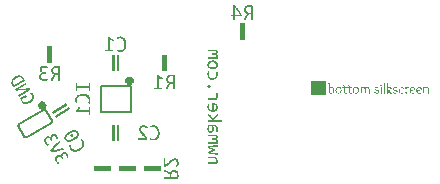
<source format=gbo>
G04 #@! TF.FileFunction,Legend,Bot*

G04 leading zeros omitted (L); absolute data (A); 6 integer digits and 6 fractional digits *
%FSLAX66Y66*%

G04 mode (MO): millimeters (MM) *
%MOMM*%

G04 Aperture definitions *
%ADD10C,0.001X*%
%ADD11C,0.001X*%
%ADD20C,0.15X*%

%LPD*%
G36*
G01X20299800Y-6814715D02*
G01X19899800Y-6814715D01*
G01X19899800Y-8214715D01*
G01X20299800Y-8214715D01*
G01X20299800Y-6814715D01*
G37*
G36*
G01X11073975Y-19293998D02*
G01X11073975Y-18893998D01*
G01X9673975Y-18893998D01*
G01X9673975Y-19293998D01*
G01X11073975Y-19293998D01*
G37*
G36*
G01X5520226Y-14116569D02*
G01X5420226Y-13943364D01*
G01X4207791Y-14643364D01*
G01X4307791Y-14816569D01*
G01X5520226Y-14116569D01*
G37*
G36*
G01X5320226Y-13770159D02*
G01X5220226Y-13596954D01*
G01X4007791Y-14296954D01*
G01X4107791Y-14470159D01*
G01X5320226Y-13770159D01*
G37*
G36*
G01X13724464Y-9486992D02*
G01X13324464Y-9486992D01*
G01X13324464Y-10886992D01*
G01X13724464Y-10886992D01*
G01X13724464Y-9486992D01*
G37*
G36*
G01X13190644Y-19293998D02*
G01X13190644Y-18893998D01*
G01X11790644Y-18893998D01*
G01X11790644Y-19293998D01*
G01X13190644Y-19293998D01*
G37*
G36*
G01X3990854Y-8755080D02*
G01X3590854Y-8755080D01*
G01X3590854Y-10155080D01*
G01X3990854Y-10155080D01*
G01X3990854Y-8755080D01*
G37*
D20*
G01X1120707Y-15506326D02*
G01X1120707Y-15506326D01*
G01X1147631Y-15552959D01*
G01X1174554Y-15599593D01*
G01X1201478Y-15646226D01*
G01X1228402Y-15692859D01*
G01X1255325Y-15739492D01*
G01X1282249Y-15786125D01*
G01X1309173Y-15832758D01*
G01X1336096Y-15879391D01*
G01X1363020Y-15926024D01*
G01X1389944Y-15972658D01*
G01X1416867Y-16019291D01*
G01X1443791Y-16065924D01*
G01X1470715Y-16112557D01*
G01X1497638Y-16159190D01*
G01X1524562Y-16205823D01*
G01X1551485Y-16252456D01*
G01X1578409Y-16299089D01*
G01X1605333Y-16345723D01*
G01X1632256Y-16392356D01*
G01X1659180Y-16438989D01*
G01X1659180Y-16438989D01*
G01X1659180Y-16438989D01*
G01X1706453Y-16437635D01*
G01X1753727Y-16436281D01*
G01X1801000Y-16434927D01*
G01X1848274Y-16433573D01*
G01X1895548Y-16432219D01*
G01X1895548Y-16432219D01*
G01X1895548Y-16432219D01*
G01X1955295Y-16397724D01*
G01X2015042Y-16363229D01*
G01X2074789Y-16328734D01*
G01X2134536Y-16294239D01*
G01X2194283Y-16259744D01*
G01X2254030Y-16225249D01*
G01X2313777Y-16190754D01*
G01X2373524Y-16156259D01*
G01X2433272Y-16121764D01*
G01X2493019Y-16087269D01*
G01X2552766Y-16052775D01*
G01X2612513Y-16018280D01*
G01X2672260Y-15983785D01*
G01X2732007Y-15949290D01*
G01X2791754Y-15914795D01*
G01X2851501Y-15880300D01*
G01X2911248Y-15845805D01*
G01X2970995Y-15811310D01*
G01X3030742Y-15776815D01*
G01X3090489Y-15742320D01*
G01X3150236Y-15707825D01*
G01X3209983Y-15673330D01*
G01X3269730Y-15638835D01*
G01X3329477Y-15604340D01*
G01X3389224Y-15569845D01*
G01X3448971Y-15535350D01*
G01X3508718Y-15500855D01*
G01X3568465Y-15466360D01*
G01X3628212Y-15431865D01*
G01X3687959Y-15397370D01*
G01X3747706Y-15362875D01*
G01X3807453Y-15328380D01*
G01X3867200Y-15293885D01*
G01X3887116Y-15282387D01*
G01X3887116Y-15282387D01*
G01X3911926Y-15242124D01*
G01X3936735Y-15201861D01*
G01X3961544Y-15161597D01*
G01X3986354Y-15121334D01*
G01X4011163Y-15081071D01*
G01X4011163Y-15081071D01*
G01X4011163Y-15081071D01*
G01X3984240Y-15034438D01*
G01X3957316Y-14987804D01*
G01X3930392Y-14941171D01*
G01X3903469Y-14894538D01*
G01X3876545Y-14847905D01*
G01X3849621Y-14801272D01*
G01X3822698Y-14754639D01*
G01X3795774Y-14708006D01*
G01X3768850Y-14661373D01*
G01X3741927Y-14614739D01*
G01X3715003Y-14568106D01*
G01X3688080Y-14521473D01*
G01X3661156Y-14474840D01*
G01X3634232Y-14428207D01*
G01X3607309Y-14381574D01*
G01X3580385Y-14334941D01*
G01X3553461Y-14288308D01*
G01X3526538Y-14241674D01*
G01X3499614Y-14195041D01*
G01X3472690Y-14148408D01*
G01X3472690Y-14148408D01*
G01X3472690Y-14148408D01*
G01X3425417Y-14149762D01*
G01X3378143Y-14151116D01*
G01X3330869Y-14152470D01*
G01X3283595Y-14153824D01*
G01X3236322Y-14155178D01*
G01X3236322Y-14155178D01*
G01X3236322Y-14155178D01*
G01X3176575Y-14189673D01*
G01X3116828Y-14224168D01*
G01X3057081Y-14258663D01*
G01X2997334Y-14293158D01*
G01X2937587Y-14327653D01*
G01X2877840Y-14362148D01*
G01X2818093Y-14396643D01*
G01X2758346Y-14431138D01*
G01X2698598Y-14465633D01*
G01X2638851Y-14500128D01*
G01X2579104Y-14534623D01*
G01X2519357Y-14569118D01*
G01X2459610Y-14603613D01*
G01X2399863Y-14638108D01*
G01X2340116Y-14672602D01*
G01X2280369Y-14707097D01*
G01X2220622Y-14741592D01*
G01X2160875Y-14776087D01*
G01X2101128Y-14810582D01*
G01X2041381Y-14845077D01*
G01X1981634Y-14879572D01*
G01X1921887Y-14914067D01*
G01X1862140Y-14948562D01*
G01X1802393Y-14983057D01*
G01X1742646Y-15017552D01*
G01X1682899Y-15052047D01*
G01X1623152Y-15086542D01*
G01X1563405Y-15121037D01*
G01X1503657Y-15155532D01*
G01X1443910Y-15190027D01*
G01X1384163Y-15224522D01*
G01X1324416Y-15259017D01*
G01X1264669Y-15293512D01*
G01X1244753Y-15305011D01*
G01X1244753Y-15305011D01*
G01X1219945Y-15345273D01*
G01X1195135Y-15385536D01*
G01X1170326Y-15425800D01*
G01X1145517Y-15466063D01*
G01X1120707Y-15506326D01*
G01X1120707Y-15506326D01*
G36*
G01X3118590Y-13417830D02*
G01X3118590Y-13417830D01*
G01X3075440Y-13442743D01*
G01X3032289Y-13467656D01*
G01X2989138Y-13492569D01*
G01X2945988Y-13517482D01*
G01X2902837Y-13542395D01*
G01X2864763Y-13564377D01*
G01X2864763Y-13564377D01*
G01X2853914Y-13609655D01*
G01X2843065Y-13654934D01*
G01X2832216Y-13700212D01*
G01X2821367Y-13745490D01*
G01X2810518Y-13790769D01*
G01X2800946Y-13830720D01*
G01X2800946Y-13830720D01*
G01X2826356Y-13874731D01*
G01X2851766Y-13918743D01*
G01X2877176Y-13962754D01*
G01X2902586Y-14006766D01*
G01X2927996Y-14050777D01*
G01X2950417Y-14089611D01*
G01X2950417Y-14089611D01*
G01X2995053Y-14102854D01*
G01X3039690Y-14116098D01*
G01X3084326Y-14129342D01*
G01X3128963Y-14142586D01*
G01X3173599Y-14155829D01*
G01X3212985Y-14167515D01*
G01X3212985Y-14167515D01*
G01X3256135Y-14142602D01*
G01X3299286Y-14117689D01*
G01X3342437Y-14092776D01*
G01X3385587Y-14067863D01*
G01X3428738Y-14042950D01*
G01X3466812Y-14020968D01*
G01X3466812Y-14020968D01*
G01X3477661Y-13975689D01*
G01X3488510Y-13930411D01*
G01X3499359Y-13885133D01*
G01X3510208Y-13839855D01*
G01X3521057Y-13794576D01*
G01X3530629Y-13754625D01*
G01X3530629Y-13754625D01*
G01X3505219Y-13710614D01*
G01X3479809Y-13666602D01*
G01X3454399Y-13622591D01*
G01X3428989Y-13578579D01*
G01X3403579Y-13534568D01*
G01X3381158Y-13495734D01*
G01X3381158Y-13495734D01*
G01X3336522Y-13482490D01*
G01X3291885Y-13469247D01*
G01X3247249Y-13456003D01*
G01X3202612Y-13442759D01*
G01X3157976Y-13429516D01*
G01X3118590Y-13417830D01*
G37*
G36*
G01X8957305Y-19293998D02*
G01X8957305Y-18893998D01*
G01X7557305Y-18893998D01*
G01X7557305Y-19293998D01*
G01X8957305Y-19293998D01*
G37*
G36*
G01X9706689Y-15397690D02*
G01X9506689Y-15397690D01*
G01X9506689Y-16797690D01*
G01X9706689Y-16797690D01*
G01X9706689Y-15397690D01*
G37*
G36*
G01X9306689Y-15397690D02*
G01X9106689Y-15397690D01*
G01X9106689Y-16797690D01*
G01X9306689Y-16797690D01*
G01X9306689Y-15397690D01*
G37*
G36*
G01X9706689Y-9486992D02*
G01X9506689Y-9486992D01*
G01X9506689Y-10886992D01*
G01X9706689Y-10886992D01*
G01X9706689Y-9486992D01*
G37*
G36*
G01X9306689Y-9486992D02*
G01X9106689Y-9486992D01*
G01X9106689Y-10886992D01*
G01X9306689Y-10886992D01*
G01X9306689Y-9486992D01*
G37*
D20*
G01X10656689Y-12122480D02*
G01X8156689Y-12122480D01*
G01X8156689Y-14322480D01*
G01X10656689Y-14322480D01*
G01X10656689Y-12122480D01*
G36*
G01X10208467Y-11525933D02*
G01X10208467Y-11525933D01*
G01X10208467Y-11575759D01*
G01X10208467Y-11625585D01*
G01X10208467Y-11675411D01*
G01X10208467Y-11725238D01*
G01X10208467Y-11775064D01*
G01X10208467Y-11819028D01*
G01X10208467Y-11819028D01*
G01X10242255Y-11851062D01*
G01X10276042Y-11883097D01*
G01X10309830Y-11915132D01*
G01X10343618Y-11947166D01*
G01X10377405Y-11979201D01*
G01X10407218Y-12007467D01*
G01X10407218Y-12007467D01*
G01X10458038Y-12007467D01*
G01X10508858Y-12007467D01*
G01X10559678Y-12007467D01*
G01X10610498Y-12007467D01*
G01X10661318Y-12007467D01*
G01X10706160Y-12007467D01*
G01X10706160Y-12007467D01*
G01X10739947Y-11975432D01*
G01X10773735Y-11943397D01*
G01X10807522Y-11911363D01*
G01X10841310Y-11879328D01*
G01X10875098Y-11847294D01*
G01X10904910Y-11819028D01*
G01X10904910Y-11819028D01*
G01X10904910Y-11769202D01*
G01X10904910Y-11719376D01*
G01X10904910Y-11669550D01*
G01X10904910Y-11619724D01*
G01X10904910Y-11569897D01*
G01X10904910Y-11525933D01*
G01X10904910Y-11525933D01*
G01X10871123Y-11493899D01*
G01X10837335Y-11461864D01*
G01X10803548Y-11429830D01*
G01X10769760Y-11397795D01*
G01X10735972Y-11365761D01*
G01X10706160Y-11337495D01*
G01X10706160Y-11337495D01*
G01X10655340Y-11337495D01*
G01X10604520Y-11337495D01*
G01X10553700Y-11337495D01*
G01X10502879Y-11337495D01*
G01X10452059Y-11337495D01*
G01X10407218Y-11337495D01*
G01X10407218Y-11337495D01*
G01X10373431Y-11369529D01*
G01X10339643Y-11401564D01*
G01X10305855Y-11433598D01*
G01X10272067Y-11465633D01*
G01X10238280Y-11497668D01*
G01X10208467Y-11525933D01*
G37*
G36*
G01X17175804Y-18758963D02*
G01X17987913Y-18758963D01*
G01X17987913Y-18758963D01*
G01X18003900Y-18686273D01*
G01X18014155Y-18628133D01*
G01X18018520Y-18598839D01*
G01X18018675Y-18597684D01*
G01X18018675Y-18597684D01*
G01X18026190Y-18521527D01*
G01X18028876Y-18466579D01*
G01X18029222Y-18446952D01*
G01X18029222Y-18446952D01*
G01X18021034Y-18360601D01*
G01X18001220Y-18292040D01*
G01X17976905Y-18241451D01*
G01X17955216Y-18209013D01*
G01X17943277Y-18194908D01*
G01X17942650Y-18194266D01*
G01X17942650Y-18194266D01*
G01X17890917Y-18157571D01*
G01X17829816Y-18133209D01*
G01X17768041Y-18118654D01*
G01X17714282Y-18111381D01*
G01X17677233Y-18108862D01*
G01X17665355Y-18108573D01*
G01X17175804Y-18108573D01*
G01X17175804Y-18256229D01*
G01X17638109Y-18256229D01*
G01X17638109Y-18256229D01*
G01X17716044Y-18260920D01*
G01X17761052Y-18268626D01*
G01X17769505Y-18270731D01*
G01X17769505Y-18270731D01*
G01X17833021Y-18299748D01*
G01X17848167Y-18311161D01*
G01X17848167Y-18311161D01*
G01X17883369Y-18364232D01*
G01X17886839Y-18374002D01*
G01X17886839Y-18374002D01*
G01X17896807Y-18438027D01*
G01X17897386Y-18453983D01*
G01X17897386Y-18453983D01*
G01X17894230Y-18517827D01*
G01X17892992Y-18530887D01*
G01X17892992Y-18530887D01*
G01X17883964Y-18595786D01*
G01X17881566Y-18609549D01*
G01X17175804Y-18609549D01*
G01X17175804Y-18758963D01*
G37*
G36*
G01X18010765Y-17952127D02*
G01X18010765Y-17811502D01*
G01X18010765Y-17811502D01*
G01X17937231Y-17805644D01*
G01X17885724Y-17801201D01*
G01X17873216Y-17800077D01*
G01X17873216Y-17800077D01*
G01X17801790Y-17792810D01*
G01X17747751Y-17786596D01*
G01X17732152Y-17784696D01*
G01X17572191Y-17764041D01*
G01X17377074Y-17737674D01*
G01X17377074Y-17737674D01*
G01X17449451Y-17709328D01*
G01X17494355Y-17692542D01*
G01X17503197Y-17689334D01*
G01X17605589Y-17653299D01*
G01X17704906Y-17621659D01*
G01X17818285Y-17588260D01*
G01X17818285Y-17476639D01*
G01X17704906Y-17444998D01*
G01X17704906Y-17444998D01*
G01X17637582Y-17424702D01*
G01X17605648Y-17414257D01*
G01X17605589Y-17414237D01*
G01X17503636Y-17379959D01*
G01X17503636Y-17379959D01*
G01X17439773Y-17357758D01*
G01X17389906Y-17339333D01*
G01X17378831Y-17335135D01*
G01X17562962Y-17306571D01*
G01X17562962Y-17306571D01*
G01X17649454Y-17276834D01*
G01X17701219Y-17276715D01*
G01X17721792Y-17284143D01*
G01X17722484Y-17284598D01*
G01X17722484Y-17284598D01*
G01X17781956Y-17295272D01*
G01X17841855Y-17279336D01*
G01X17867064Y-17268338D01*
G01X17867064Y-17268338D01*
G01X17949145Y-17242779D01*
G01X17996509Y-17248542D01*
G01X18010765Y-17256034D01*
G01X18010765Y-17120682D01*
G01X18010765Y-17120682D01*
G01X17940205Y-17128046D01*
G01X17876532Y-17135253D01*
G01X17831980Y-17140543D01*
G01X17818285Y-17142215D01*
G01X17818285Y-17142215D01*
G01X17744965Y-17151980D01*
G01X17679307Y-17161636D01*
G01X17630640Y-17169251D01*
G01X17608296Y-17172892D01*
G01X17607787Y-17172977D01*
G01X17607787Y-17172977D01*
G01X17534394Y-17185662D01*
G01X17468333Y-17197635D01*
G01X17417915Y-17207066D01*
G01X17391446Y-17212127D01*
G01X17389378Y-17212528D01*
G01X17389378Y-17212528D01*
G01X17315376Y-17227419D01*
G01X17250815Y-17241115D01*
G01X17202623Y-17251722D01*
G01X17177730Y-17257349D01*
G01X17175804Y-17257791D01*
G01X17175804Y-17369412D01*
G01X17175804Y-17369412D01*
G01X17244412Y-17398710D01*
G01X17283736Y-17414556D01*
G01X17287425Y-17415995D01*
G01X17388499Y-17454666D01*
G01X17493089Y-17492459D01*
G01X17618773Y-17536405D01*
G01X17493089Y-17581229D01*
G01X17388499Y-17619901D01*
G01X17287425Y-17659452D01*
G01X17175804Y-17707791D01*
G01X17175804Y-17819412D01*
G01X17175804Y-17819412D01*
G01X17254964Y-17836697D01*
G01X17331509Y-17852366D01*
G01X17403245Y-17866246D01*
G01X17467975Y-17878164D01*
G01X17523503Y-17887946D01*
G01X17567632Y-17895420D01*
G01X17598168Y-17900412D01*
G01X17612912Y-17902749D01*
G01X17613939Y-17902909D01*
G01X17613939Y-17902909D01*
G01X17696268Y-17915047D01*
G01X17773003Y-17925425D01*
G01X17842252Y-17934068D01*
G01X17902120Y-17940998D01*
G01X17950712Y-17946238D01*
G01X17986134Y-17949811D01*
G01X18006492Y-17951742D01*
G01X18010765Y-17952127D01*
G37*
G36*
G01X17175804Y-17012577D02*
G01X17987913Y-17012577D01*
G01X17987913Y-17012577D01*
G01X18011795Y-16935247D01*
G01X18024058Y-16870523D01*
G01X18028577Y-16826070D01*
G01X18029222Y-16809549D01*
G01X18029222Y-16809549D01*
G01X18029222Y-16809549D01*
G01X18021301Y-16740031D01*
G01X18013841Y-16711551D01*
G01X18013841Y-16711551D01*
G01X17981751Y-16651693D01*
G01X17965941Y-16632889D01*
G01X17965941Y-16632889D01*
G01X18005602Y-16567432D01*
G01X18023832Y-16509798D01*
G01X18028963Y-16473183D01*
G01X18029222Y-16466776D01*
G01X18029222Y-16466776D01*
G01X18018686Y-16401406D01*
G01X18012962Y-16385037D01*
G01X18012962Y-16385037D01*
G01X17976671Y-16329761D01*
G01X17964183Y-16316922D01*
G01X17964183Y-16316922D01*
G01X17907765Y-16280257D01*
G01X17883324Y-16269461D01*
G01X17883324Y-16269461D01*
G01X17816779Y-16254608D01*
G01X17772613Y-16251475D01*
G01X17769945Y-16251444D01*
G01X17175804Y-16251444D01*
G01X17175804Y-16385916D01*
G01X17773460Y-16385916D01*
G01X17773460Y-16385916D01*
G01X17845259Y-16399549D01*
G01X17872175Y-16414785D01*
G01X17872337Y-16414920D01*
G01X17872337Y-16414920D01*
G01X17904318Y-16471469D01*
G01X17906175Y-16486991D01*
G01X17906175Y-16486991D01*
G01X17895628Y-16532254D01*
G01X17895628Y-16532254D01*
G01X17861901Y-16574423D01*
G01X17861351Y-16574881D01*
G01X17861351Y-16574881D01*
G01X17795013Y-16565295D01*
G01X17769945Y-16564334D01*
G01X17498363Y-16564334D01*
G01X17498363Y-16699686D01*
G01X17771703Y-16699686D01*
G01X17771703Y-16699686D01*
G01X17844871Y-16709574D01*
G01X17870579Y-16719461D01*
G01X17870579Y-16719461D01*
G01X17870579Y-16719461D01*
G01X17903345Y-16772188D01*
G01X17906175Y-16796366D01*
G01X17906175Y-16796366D01*
G01X17895697Y-16859952D01*
G01X17890355Y-16877225D01*
G01X17175804Y-16877225D01*
G01X17175804Y-17012577D01*
G37*
G36*
G01X17424535Y-16081815D02*
G01X17424535Y-16081815D01*
G01X17498363Y-16070832D01*
G01X17540128Y-16053859D01*
G01X17545824Y-16050614D01*
G01X17545824Y-16050614D01*
G01X17599024Y-16004511D01*
G01X17624496Y-15971782D01*
G01X17625804Y-15969754D01*
G01X17625804Y-15969754D01*
G01X17655240Y-15906783D01*
G01X17668844Y-15861714D01*
G01X17670189Y-15855936D01*
G01X17670189Y-15855936D01*
G01X17680720Y-15784674D01*
G01X17683667Y-15736249D01*
G01X17683812Y-15727616D01*
G01X17683812Y-15727616D01*
G01X17679698Y-15653831D01*
G01X17671299Y-15593467D01*
G01X17664533Y-15558612D01*
G01X17663597Y-15554471D01*
G01X17704906Y-15554471D01*
G01X17704906Y-15554471D01*
G01X17768120Y-15560803D01*
G01X17777855Y-15562821D01*
G01X17777855Y-15562821D01*
G01X17834801Y-15588516D01*
G01X17842015Y-15593582D01*
G01X17842015Y-15593582D01*
G01X17881770Y-15642810D01*
G01X17887718Y-15654666D01*
G01X17887718Y-15654666D01*
G01X17902330Y-15718827D01*
G01X17904417Y-15753983D01*
G01X17904417Y-15753983D01*
G01X17904417Y-15753983D01*
G01X17901154Y-15829934D01*
G01X17895639Y-15878250D01*
G01X17893871Y-15889334D01*
G01X17893871Y-15889334D01*
G01X17878004Y-15960019D01*
G01X17872777Y-15977225D01*
G01X17994945Y-15995682D01*
G01X17994945Y-15995682D01*
G01X18012194Y-15935785D01*
G01X18019941Y-15894063D01*
G01X18019994Y-15893729D01*
G01X18019994Y-15893729D01*
G01X18027676Y-15823344D01*
G01X18030548Y-15766162D01*
G01X18030980Y-15741702D01*
G01X18030980Y-15741678D01*
G01X18030980Y-15741678D01*
G01X18025351Y-15662303D01*
G01X18014571Y-15607659D01*
G01X18007798Y-15584660D01*
G01X18007689Y-15584354D01*
G01X18007689Y-15584354D01*
G01X17973882Y-15518877D01*
G01X17946357Y-15484400D01*
G01X17942650Y-15480643D01*
G01X17942650Y-15480643D01*
G01X17885159Y-15441983D01*
G01X17844853Y-15425808D01*
G01X17841576Y-15424832D01*
G01X17841576Y-15424832D01*
G01X17771973Y-15412263D01*
G01X17721281Y-15408746D01*
G01X17711937Y-15408573D01*
G01X17189867Y-15408573D01*
G01X17189867Y-15408573D01*
G01X17179616Y-15472156D01*
G01X17170964Y-15528590D01*
G01X17168333Y-15546121D01*
G01X17168333Y-15546121D01*
G01X17160151Y-15619569D01*
G01X17156533Y-15681500D01*
G01X17155617Y-15717962D01*
G01X17155589Y-15722342D01*
G01X17155589Y-15722342D01*
G01X17159427Y-15795454D01*
G01X17165732Y-15845172D01*
G01X17167455Y-15855496D01*
G01X17167455Y-15855496D01*
G01X17187834Y-15925348D01*
G01X17206577Y-15965934D01*
G01X17209203Y-15970633D01*
G01X17209203Y-15970633D01*
G01X17254244Y-16023809D01*
G01X17288510Y-16049737D01*
G01X17291380Y-16051493D01*
G01X17291380Y-16051493D01*
G01X17355616Y-16074233D01*
G01X17410060Y-16081282D01*
G01X17424535Y-16081815D01*
G37*
%LPC*%
G36*
G01X17426292Y-15930643D02*
G01X17426292Y-15930643D01*
G01X17353103Y-15912095D01*
G01X17318574Y-15882518D01*
G01X17313792Y-15875711D01*
G01X17313792Y-15875711D01*
G01X17291668Y-15813560D01*
G01X17283395Y-15754761D01*
G01X17282152Y-15727643D01*
G01X17282152Y-15727616D01*
G01X17282152Y-15727616D01*
G01X17283962Y-15655901D01*
G01X17285667Y-15627860D01*
G01X17285667Y-15627860D01*
G01X17293067Y-15562935D01*
G01X17294456Y-15554471D01*
G01X17543187Y-15554471D01*
G01X17543187Y-15554471D01*
G01X17555962Y-15614969D01*
G01X17557249Y-15623905D01*
G01X17557249Y-15623905D01*
G01X17562159Y-15689946D01*
G01X17562523Y-15709159D01*
G01X17562523Y-15709159D01*
G01X17558361Y-15774958D01*
G01X17556371Y-15790018D01*
G01X17556371Y-15790018D01*
G01X17538089Y-15851600D01*
G01X17533958Y-15860330D01*
G01X17533958Y-15860330D01*
G01X17495759Y-15907572D01*
G01X17491771Y-15910868D01*
G01X17491771Y-15910868D01*
G01X17433896Y-15930254D01*
G01X17426292Y-15930643D01*
G37*
%LPD*%
G36*
G01X17175804Y-15158963D02*
G01X18398363Y-15158963D01*
G01X18422972Y-15009549D01*
G01X17661839Y-15009549D01*
G01X17834105Y-14810916D01*
G01X17834105Y-14810916D01*
G01X17885215Y-14754315D01*
G01X17933119Y-14705518D01*
G01X17973134Y-14667268D01*
G01X18000577Y-14642307D01*
G01X18010765Y-14633377D01*
G01X18010765Y-14633377D01*
G01X18010765Y-14458475D01*
G01X18010765Y-14458475D01*
G01X17958709Y-14505023D01*
G01X17909588Y-14552637D01*
G01X17867670Y-14595530D01*
G01X17837225Y-14627915D01*
G01X17822519Y-14644003D01*
G01X17821800Y-14644803D01*
G01X17634593Y-14858377D01*
G01X17634593Y-14858377D01*
G01X17591773Y-14804530D01*
G01X17554926Y-14761344D01*
G01X17543626Y-14748514D01*
G01X17543626Y-14748514D01*
G01X17493962Y-14695089D01*
G01X17451489Y-14651915D01*
G01X17427667Y-14628533D01*
G01X17425853Y-14626786D01*
G01X17425853Y-14626786D01*
G01X17370328Y-14575555D01*
G01X17324318Y-14535407D01*
G01X17299002Y-14514101D01*
G01X17297093Y-14512528D01*
G01X17297093Y-14512528D01*
G01X17235276Y-14465293D01*
G01X17191345Y-14435585D01*
G01X17175804Y-14425955D01*
G01X17175804Y-14602616D01*
G01X17175804Y-14602616D01*
G01X17234060Y-14642711D01*
G01X17277582Y-14676655D01*
G01X17290062Y-14686991D01*
G01X17290062Y-14686991D01*
G01X17344900Y-14736467D01*
G01X17385869Y-14776605D01*
G01X17402546Y-14793761D01*
G01X17402562Y-14793778D01*
G01X17402562Y-14793778D01*
G01X17452901Y-14849373D01*
G01X17488743Y-14891599D01*
G01X17501439Y-14907157D01*
G01X17501439Y-14907157D01*
G01X17547754Y-14967689D01*
G01X17573903Y-15004343D01*
G01X17577464Y-15009549D01*
G01X17175804Y-15009549D01*
G01X17175804Y-15158963D01*
G37*
G36*
G01X17591527Y-14314334D02*
G01X17591527Y-14314334D01*
G01X17671767Y-14308588D01*
G01X17734589Y-14296168D01*
G01X17774340Y-14284304D01*
G01X17785765Y-14280057D01*
G01X17785765Y-14280057D01*
G01X17853605Y-14244275D01*
G01X17900418Y-14209902D01*
G01X17921649Y-14190763D01*
G01X17922435Y-14189969D01*
G01X17922435Y-14189969D01*
G01X17968255Y-14131464D01*
G01X17995378Y-14083000D01*
G01X18003734Y-14064286D01*
G01X18003734Y-14064286D01*
G01X18023497Y-13992800D01*
G01X18030244Y-13938418D01*
G01X18030980Y-13920584D01*
G01X18030980Y-13920584D01*
G01X18021959Y-13836627D01*
G01X17999815Y-13768283D01*
G01X17971931Y-13716045D01*
G01X17945687Y-13680403D01*
G01X17928464Y-13661851D01*
G01X17925511Y-13659110D01*
G01X17925511Y-13659110D01*
G01X17871785Y-13623669D01*
G01X17809896Y-13598767D01*
G01X17746394Y-13582545D01*
G01X17687827Y-13573142D01*
G01X17640746Y-13568699D01*
G01X17611699Y-13567356D01*
G01X17605589Y-13567264D01*
G01X17553734Y-13567264D01*
G01X17553734Y-14164920D01*
G01X17553734Y-14164920D01*
G01X17474425Y-14149869D01*
G01X17415093Y-14123861D01*
G01X17376186Y-14097417D01*
G01X17358155Y-14081061D01*
G01X17356859Y-14079666D01*
G01X17356859Y-14079666D01*
G01X17321299Y-14022282D01*
G01X17301068Y-13959634D01*
G01X17291843Y-13904583D01*
G01X17289300Y-13869986D01*
G01X17289183Y-13864334D01*
G01X17289183Y-13864334D01*
G01X17293126Y-13787744D01*
G01X17299791Y-13740169D01*
G01X17301927Y-13729422D01*
G01X17301927Y-13729422D01*
G01X17322156Y-13660522D01*
G01X17328734Y-13644608D01*
G01X17203050Y-13625272D01*
G01X17203050Y-13625272D01*
G01X17182396Y-13684049D01*
G01X17172288Y-13722391D01*
G01X17172288Y-13722391D01*
G01X17172288Y-13722391D01*
G01X17160840Y-13791746D01*
G01X17156368Y-13851543D01*
G01X17155590Y-13880614D01*
G01X17155589Y-13881034D01*
G01X17155589Y-13881034D01*
G01X17161188Y-13959035D01*
G01X17173290Y-14020503D01*
G01X17184849Y-14059599D01*
G01X17188988Y-14070877D01*
G01X17188988Y-14070877D01*
G01X17224581Y-14138127D01*
G01X17259501Y-14184700D01*
G01X17279136Y-14205883D01*
G01X17279954Y-14206668D01*
G01X17279954Y-14206668D01*
G01X17338856Y-14250203D01*
G01X17391494Y-14277085D01*
G01X17417563Y-14287399D01*
G01X17417943Y-14287528D01*
G01X17417943Y-14287528D01*
G01X17488540Y-14304740D01*
G01X17550071Y-14312348D01*
G01X17587036Y-14314275D01*
G01X17591527Y-14314334D01*
G37*
%LPC*%
G36*
G01X17674144Y-14161405D02*
G01X17674144Y-13718436D01*
G01X17674144Y-13718436D01*
G01X17752651Y-13729112D01*
G01X17807964Y-13751340D01*
G01X17837768Y-13770417D01*
G01X17842454Y-13774246D01*
G01X17842454Y-13774246D01*
G01X17884062Y-13832830D01*
G01X17901017Y-13889430D01*
G01X17904396Y-13921030D01*
G01X17904417Y-13922342D01*
G01X17904417Y-13922342D01*
G01X17893937Y-13990822D01*
G01X17884642Y-14016385D01*
G01X17884642Y-14016385D01*
G01X17847638Y-14073115D01*
G01X17832787Y-14089334D01*
G01X17832787Y-14089334D01*
G01X17778028Y-14128539D01*
G01X17758958Y-14138114D01*
G01X17758958Y-14138114D01*
G01X17694504Y-14157886D01*
G01X17674144Y-14161405D01*
G37*
%LPD*%
G36*
G01X17175804Y-13293924D02*
G01X17965941Y-13293924D01*
G01X17965941Y-13293924D01*
G01X17988972Y-13217090D01*
G01X18005602Y-13142983D01*
G01X18016875Y-13074743D01*
G01X18023832Y-13015509D01*
G01X18027514Y-12968422D01*
G01X18028963Y-12936622D01*
G01X18029222Y-12923249D01*
G01X18029222Y-12923026D01*
G01X18029222Y-12923026D01*
G01X18027288Y-12851329D01*
G01X18024907Y-12814135D01*
G01X18024828Y-12813162D01*
G01X18024828Y-12813162D01*
G01X18015335Y-12745871D01*
G01X18006300Y-12701542D01*
G01X18005492Y-12698026D01*
G01X17874535Y-12725272D01*
G01X17874535Y-12725272D01*
G01X17890388Y-12796898D01*
G01X17894744Y-12827172D01*
G01X17894749Y-12827225D01*
G01X17894749Y-12827225D01*
G01X17898688Y-12894866D01*
G01X17899144Y-12923026D01*
G01X17899144Y-12923026D01*
G01X17895011Y-12997967D01*
G01X17885605Y-13065491D01*
G01X17875418Y-13117063D01*
G01X17868941Y-13144151D01*
G01X17868382Y-13146268D01*
G01X17175804Y-13146268D01*
G01X17175804Y-13293924D01*
G37*
G36*
G01X17290941Y-12268241D02*
G01X17290941Y-12268241D01*
G01X17358149Y-12251304D01*
G01X17387861Y-12232374D01*
G01X17388060Y-12232205D01*
G01X17388060Y-12232205D01*
G01X17423234Y-12174766D01*
G01X17429787Y-12135784D01*
G01X17429808Y-12134647D01*
G01X17429808Y-12134647D01*
G01X17411010Y-12067381D01*
G01X17388928Y-12039233D01*
G01X17388499Y-12038846D01*
G01X17388499Y-12038846D01*
G01X17326561Y-12007878D01*
G01X17291206Y-12002813D01*
G01X17290941Y-12002811D01*
G01X17290941Y-12002811D01*
G01X17224192Y-12020288D01*
G01X17195629Y-12038803D01*
G01X17195580Y-12038846D01*
G01X17195580Y-12038846D01*
G01X17160047Y-12096713D01*
G01X17153840Y-12134019D01*
G01X17153831Y-12134647D01*
G01X17153831Y-12134647D01*
G01X17172206Y-12202343D01*
G01X17194821Y-12231519D01*
G01X17195580Y-12232205D01*
G01X17195580Y-12232205D01*
G01X17257792Y-12263461D01*
G01X17290877Y-12268240D01*
G01X17290941Y-12268241D01*
G37*
G36*
G01X17591527Y-11598514D02*
G01X17591527Y-11598514D01*
G01X17670052Y-11592884D01*
G01X17732262Y-11580496D01*
G01X17773213Y-11568109D01*
G01X17787962Y-11562479D01*
G01X17787962Y-11562479D01*
G01X17787962Y-11562479D01*
G01X17854111Y-11525135D01*
G01X17900445Y-11487744D01*
G01X17923048Y-11464970D01*
G01X17924632Y-11463162D01*
G01X17924632Y-11463162D01*
G01X17965551Y-11403552D01*
G01X17991900Y-11349826D01*
G01X18003821Y-11318786D01*
G01X18004613Y-11316385D01*
G01X18004613Y-11316385D01*
G01X18021138Y-11245727D01*
G01X18028734Y-11183521D01*
G01X18030872Y-11144003D01*
G01X18030980Y-11137088D01*
G01X18030980Y-11137088D01*
G01X18027799Y-11064797D01*
G01X18023203Y-11020152D01*
G01X18022630Y-11015799D01*
G01X18022630Y-11015799D01*
G01X18009448Y-10948103D01*
G01X17996364Y-10898256D01*
G01X17993187Y-10887479D01*
G01X17864867Y-10921756D01*
G01X17864867Y-10921756D01*
G01X17885800Y-10992509D01*
G01X17892797Y-11029303D01*
G01X17892992Y-11030741D01*
G01X17892992Y-11030741D01*
G01X17898420Y-11099969D01*
G01X17899144Y-11130057D01*
G01X17899144Y-11130057D01*
G01X17892863Y-11202835D01*
G01X17883471Y-11247361D01*
G01X17882005Y-11252664D01*
G01X17882005Y-11252664D01*
G01X17852726Y-11317438D01*
G01X17829449Y-11350644D01*
G01X17827953Y-11352420D01*
G01X17827953Y-11352420D01*
G01X17774748Y-11396880D01*
G01X17735808Y-11418622D01*
G01X17732591Y-11420096D01*
G01X17732591Y-11420096D01*
G01X17666918Y-11438585D01*
G01X17610950Y-11444896D01*
G01X17591527Y-11445584D01*
G01X17591527Y-11445584D01*
G01X17514665Y-11438242D01*
G01X17466630Y-11425832D01*
G01X17455736Y-11421854D01*
G01X17455736Y-11421854D01*
G01X17393851Y-11384976D01*
G01X17363697Y-11357654D01*
G01X17362132Y-11355936D01*
G01X17362132Y-11355936D01*
G01X17324306Y-11296808D01*
G01X17307980Y-11256853D01*
G01X17307201Y-11254422D01*
G01X17307201Y-11254422D01*
G01X17293477Y-11185924D01*
G01X17289432Y-11134307D01*
G01X17289183Y-11123026D01*
G01X17289183Y-11123026D01*
G01X17291891Y-11050942D01*
G01X17295224Y-11013272D01*
G01X17295335Y-11012284D01*
G01X17295335Y-11012284D01*
G01X17308659Y-10945727D01*
G01X17321928Y-10900826D01*
G01X17323460Y-10896268D01*
G01X17199535Y-10874295D01*
G01X17199535Y-10874295D01*
G01X17178190Y-10943390D01*
G01X17167492Y-10991925D01*
G01X17165697Y-11002176D01*
G01X17165697Y-11002176D01*
G01X17158239Y-11072436D01*
G01X17155811Y-11127195D01*
G01X17155589Y-11143241D01*
G01X17155589Y-11143241D01*
G01X17160633Y-11219969D01*
G01X17171336Y-11281224D01*
G01X17181054Y-11319220D01*
G01X17183714Y-11327811D01*
G01X17183714Y-11327811D01*
G01X17214963Y-11397648D01*
G01X17246865Y-11447457D01*
G01X17265125Y-11470640D01*
G01X17265892Y-11471512D01*
G01X17265892Y-11471512D01*
G01X17320883Y-11519578D01*
G01X17372278Y-11551009D01*
G01X17400519Y-11564627D01*
G01X17401683Y-11565116D01*
G01X17401683Y-11565116D01*
G01X17468423Y-11584980D01*
G01X17531676Y-11594820D01*
G01X17577262Y-11598158D01*
G01X17591527Y-11598514D01*
G37*
G36*
G01X17593285Y-10714334D02*
G01X17593285Y-10714334D01*
G01X17670999Y-10709038D01*
G01X17731813Y-10698012D01*
G01X17767506Y-10688548D01*
G01X17773460Y-10686649D01*
G01X17773460Y-10686649D01*
G01X17842595Y-10655455D01*
G01X17890486Y-10624651D01*
G01X17910739Y-10608664D01*
G01X17911009Y-10608426D01*
G01X17911009Y-10608426D01*
G01X17959886Y-10553797D01*
G01X17989835Y-10506891D01*
G01X17999339Y-10488455D01*
G01X17999339Y-10488455D01*
G01X18021464Y-10419300D01*
G01X18029736Y-10362577D01*
G01X18030980Y-10338187D01*
G01X18030980Y-10338162D01*
G01X18030980Y-10338162D01*
G01X18023333Y-10264531D01*
G01X18008689Y-10209864D01*
G01X17999487Y-10185567D01*
G01X17999339Y-10185233D01*
G01X17999339Y-10185233D01*
G01X17961592Y-10121581D01*
G01X17925746Y-10078900D01*
G01X17911009Y-10064383D01*
G01X17911009Y-10064383D01*
G01X17852604Y-10023046D01*
G01X17799998Y-9996699D01*
G01X17773842Y-9986293D01*
G01X17773460Y-9986161D01*
G01X17773460Y-9986161D01*
G01X17703783Y-9968809D01*
G01X17640935Y-9960833D01*
G01X17600430Y-9958588D01*
G01X17593285Y-9958475D01*
G01X17593285Y-9958475D01*
G01X17515738Y-9963771D01*
G01X17455274Y-9974797D01*
G01X17419882Y-9984261D01*
G01X17413988Y-9986161D01*
G01X17413988Y-9986161D01*
G01X17345243Y-10017354D01*
G01X17297181Y-10048158D01*
G01X17276713Y-10064145D01*
G01X17276439Y-10064383D01*
G01X17276439Y-10064383D01*
G01X17226935Y-10119248D01*
G01X17196763Y-10166585D01*
G01X17187230Y-10185233D01*
G01X17187230Y-10185233D01*
G01X17165538Y-10253402D01*
G01X17157066Y-10310470D01*
G01X17155591Y-10337772D01*
G01X17155589Y-10338162D01*
G01X17155589Y-10338162D01*
G01X17163652Y-10412396D01*
G01X17178744Y-10466656D01*
G01X17187220Y-10488435D01*
G01X17187230Y-10488455D01*
G01X17187230Y-10488455D01*
G01X17225213Y-10551481D01*
G01X17261490Y-10593938D01*
G01X17276439Y-10608426D01*
G01X17276439Y-10608426D01*
G01X17335234Y-10649763D01*
G01X17387669Y-10676110D01*
G01X17413610Y-10686516D01*
G01X17413988Y-10686649D01*
G01X17413988Y-10686649D01*
G01X17483114Y-10704001D01*
G01X17545709Y-10711976D01*
G01X17586143Y-10714221D01*
G01X17593285Y-10714334D01*
G37*
%LPC*%
G36*
G01X17593285Y-10561405D02*
G01X17593285Y-10561405D01*
G01X17509266Y-10553945D01*
G01X17443808Y-10536695D01*
G01X17398370Y-10517346D01*
G01X17374413Y-10503592D01*
G01X17370921Y-10501200D01*
G01X17370921Y-10501200D01*
G01X17320981Y-10445974D01*
G01X17297139Y-10389282D01*
G01X17289744Y-10348301D01*
G01X17289183Y-10338162D01*
G01X17289183Y-10338162D01*
G01X17303841Y-10263305D01*
G01X17334946Y-10209554D01*
G01X17363190Y-10178983D01*
G01X17370921Y-10172489D01*
G01X17370921Y-10172489D01*
G01X17431295Y-10140392D01*
G01X17496022Y-10122132D01*
G01X17552357Y-10113806D01*
G01X17587554Y-10111510D01*
G01X17593285Y-10111405D01*
G01X17593285Y-10111405D01*
G01X17678227Y-10118973D01*
G01X17744211Y-10136475D01*
G01X17789888Y-10156106D01*
G01X17813911Y-10170061D01*
G01X17817406Y-10172489D01*
G01X17817406Y-10172489D01*
G01X17867346Y-10228566D01*
G01X17891188Y-10286184D01*
G01X17898583Y-10327851D01*
G01X17899144Y-10338162D01*
G01X17899144Y-10338162D01*
G01X17884486Y-10411788D01*
G01X17853381Y-10464692D01*
G01X17825137Y-10494800D01*
G01X17817406Y-10501200D01*
G01X17817406Y-10501200D01*
G01X17756815Y-10532834D01*
G01X17691583Y-10550832D01*
G01X17634683Y-10559038D01*
G01X17599085Y-10561301D01*
G01X17593285Y-10561405D01*
G37*
%LPD*%
G36*
G01X17175804Y-9812577D02*
G01X17987914Y-9812577D01*
G01X17987914Y-9812577D01*
G01X18011795Y-9735247D01*
G01X18024059Y-9670523D01*
G01X18028577Y-9626070D01*
G01X18029222Y-9609549D01*
G01X18029222Y-9609549D01*
G01X18029222Y-9609549D01*
G01X18021301Y-9540031D01*
G01X18013841Y-9511551D01*
G01X18013841Y-9511551D01*
G01X17981751Y-9451693D01*
G01X17965941Y-9432889D01*
G01X17965941Y-9432889D01*
G01X18005602Y-9367432D01*
G01X18023832Y-9309798D01*
G01X18028963Y-9273183D01*
G01X18029222Y-9266776D01*
G01X18029222Y-9266776D01*
G01X18018686Y-9201406D01*
G01X18012962Y-9185037D01*
G01X18012962Y-9185037D01*
G01X17976671Y-9129761D01*
G01X17964183Y-9116922D01*
G01X17964183Y-9116922D01*
G01X17907765Y-9080257D01*
G01X17883324Y-9069461D01*
G01X17883324Y-9069461D01*
G01X17816779Y-9054608D01*
G01X17772613Y-9051475D01*
G01X17769945Y-9051444D01*
G01X17175804Y-9051444D01*
G01X17175804Y-9185916D01*
G01X17773460Y-9185916D01*
G01X17773460Y-9185916D01*
G01X17845259Y-9199549D01*
G01X17872175Y-9214785D01*
G01X17872337Y-9214920D01*
G01X17872337Y-9214920D01*
G01X17904318Y-9271469D01*
G01X17906175Y-9286991D01*
G01X17906175Y-9286991D01*
G01X17895628Y-9332254D01*
G01X17895628Y-9332254D01*
G01X17861901Y-9374423D01*
G01X17861351Y-9374881D01*
G01X17861351Y-9374881D01*
G01X17795013Y-9365295D01*
G01X17769945Y-9364334D01*
G01X17498363Y-9364334D01*
G01X17498363Y-9499686D01*
G01X17771703Y-9499686D01*
G01X17771703Y-9499686D01*
G01X17844871Y-9509574D01*
G01X17870580Y-9519461D01*
G01X17870580Y-9519461D01*
G01X17870580Y-9519461D01*
G01X17903345Y-9572188D01*
G01X17906175Y-9596366D01*
G01X17906175Y-9596366D01*
G01X17895697Y-9659952D01*
G01X17890355Y-9677225D01*
G01X17175804Y-9677225D01*
G01X17175804Y-9812577D01*
G37*
G36*
G01X2145725Y-13538868D02*
G01X2145725Y-13538868D01*
G01X2212979Y-13495712D01*
G01X2267683Y-13453809D01*
G01X2308461Y-13417950D01*
G01X2333936Y-13392922D01*
G01X2342734Y-13383515D01*
G01X2342734Y-13383515D01*
G01X2342734Y-13383515D01*
G01X2391372Y-13320199D01*
G01X2425033Y-13263817D01*
G01X2444589Y-13223381D01*
G01X2450913Y-13207900D01*
G01X2450913Y-13207900D01*
G01X2450913Y-13207900D01*
G01X2470031Y-13133673D01*
G01X2476323Y-13071233D01*
G01X2476248Y-13032691D01*
G01X2475831Y-13026059D01*
G01X2475831Y-13026059D01*
G01X2461715Y-12953133D01*
G01X2440497Y-12894103D01*
G01X2423622Y-12858603D01*
G01X2420333Y-12852589D01*
G01X2420333Y-12852589D01*
G01X2380717Y-12791709D01*
G01X2359030Y-12763669D01*
G01X2358449Y-12762981D01*
G01X2358449Y-12762981D01*
G01X2310948Y-12714124D01*
G01X2299810Y-12704482D01*
G01X2299810Y-12704482D01*
G01X2251748Y-12670939D01*
G01X2249891Y-12669874D01*
G01X2215363Y-12652258D01*
G01X2132650Y-12756846D01*
G01X2132650Y-12756846D01*
G01X2193005Y-12789599D01*
G01X2226355Y-12814023D01*
G01X2227698Y-12815128D01*
G01X2227698Y-12815128D01*
G01X2276798Y-12866922D01*
G01X2302802Y-12904071D01*
G01X2305132Y-12907937D01*
G01X2305132Y-12907937D01*
G01X2331583Y-12974789D01*
G01X2339842Y-13023656D01*
G01X2340470Y-13034184D01*
G01X2340470Y-13034184D01*
G01X2331828Y-13104702D01*
G01X2316122Y-13154669D01*
G01X2311027Y-13166878D01*
G01X2311027Y-13166878D01*
G01X2275454Y-13226964D01*
G01X2239207Y-13273248D01*
G01X2220144Y-13294321D01*
G01X2219859Y-13294615D01*
G01X2219859Y-13294615D01*
G01X2166823Y-13341667D01*
G01X2115240Y-13379293D01*
G01X2078978Y-13402662D01*
G01X2070139Y-13407950D01*
G01X2070139Y-13407950D01*
G01X2001975Y-13443027D01*
G01X1945286Y-13466681D01*
G01X1909075Y-13479346D01*
G01X1900731Y-13481908D01*
G01X1900731Y-13481908D01*
G01X1825348Y-13497116D01*
G01X1770002Y-13501051D01*
G01X1747723Y-13500742D01*
G01X1747701Y-13500741D01*
G01X1747701Y-13500741D01*
G01X1676281Y-13486688D01*
G01X1629217Y-13467684D01*
G01X1618181Y-13461854D01*
G01X1618181Y-13461854D01*
G01X1563947Y-13417204D01*
G01X1530532Y-13375371D01*
G01X1522021Y-13362096D01*
G01X1522021Y-13362096D01*
G01X1491824Y-13300280D01*
G01X1487680Y-13288554D01*
G01X1487680Y-13288554D01*
G01X1478325Y-13244226D01*
G01X1843680Y-13033289D01*
G01X1769852Y-12905415D01*
G01X1317726Y-13166450D01*
G01X1317726Y-13166450D01*
G01X1331708Y-13226828D01*
G01X1344408Y-13274367D01*
G01X1345256Y-13277415D01*
G01X1345256Y-13277415D01*
G01X1368283Y-13341537D01*
G01X1394824Y-13398646D01*
G01X1414106Y-13435179D01*
G01X1417719Y-13441597D01*
G01X1417719Y-13441597D01*
G01X1462011Y-13504442D01*
G01X1505215Y-13549842D01*
G01X1535635Y-13575804D01*
G01X1543056Y-13581343D01*
G01X1543056Y-13581343D01*
G01X1607758Y-13616688D01*
G01X1666408Y-13637186D01*
G01X1704318Y-13646104D01*
G01X1711016Y-13647258D01*
G01X1711016Y-13647258D01*
G01X1782162Y-13651066D01*
G01X1847853Y-13646083D01*
G01X1896076Y-13638531D01*
G01X1914820Y-13634631D01*
G01X1914820Y-13634631D01*
G01X1914820Y-13634631D01*
G01X1981321Y-13614561D01*
G01X2043896Y-13589548D01*
G01X2096312Y-13564994D01*
G01X2132333Y-13546300D01*
G01X2145725Y-13538868D01*
G01X2145725Y-13538868D01*
G37*
G36*
G01X1204042Y-13024036D02*
G01X2169187Y-12466810D01*
G01X2093601Y-12335891D01*
G01X1824690Y-12342975D01*
G01X1824690Y-12342975D01*
G01X1748268Y-12345742D01*
G01X1681985Y-12348902D01*
G01X1632720Y-12351667D01*
G01X1607354Y-12353251D01*
G01X1605396Y-12353382D01*
G01X1605396Y-12353382D01*
G01X1531040Y-12359201D01*
G01X1464672Y-12365466D01*
G01X1415589Y-12370640D01*
G01X1393089Y-12373183D01*
G01X1392576Y-12373243D01*
G01X1143613Y-12404331D01*
G01X1885739Y-11975865D01*
G01X1818503Y-11859408D01*
G01X0853358Y-12416634D01*
G01X0928944Y-12547553D01*
G01X1220948Y-12511913D01*
G01X1469943Y-12487911D01*
G01X1693027Y-12471764D01*
G01X1907095Y-12462853D01*
G01X1136806Y-12907579D01*
G01X1204042Y-13024036D01*
G37*
G36*
G01X0770144Y-12237347D02*
G01X1705604Y-11697259D01*
G01X1705604Y-11697259D01*
G01X1680119Y-11623504D01*
G01X1653157Y-11560507D01*
G01X1630450Y-11514220D01*
G01X1617731Y-11490594D01*
G01X1616699Y-11488780D01*
G01X1616699Y-11488780D01*
G01X1574078Y-11424570D01*
G01X1533012Y-11374590D01*
G01X1502081Y-11342165D01*
G01X1489864Y-11330617D01*
G01X1489864Y-11330617D01*
G01X1489864Y-11330617D01*
G01X1428747Y-11286781D01*
G01X1372194Y-11258613D01*
G01X1333532Y-11244290D01*
G01X1324253Y-11241526D01*
G01X1324253Y-11241526D01*
G01X1252938Y-11230545D01*
G01X1186550Y-11230324D01*
G01X1137568Y-11234707D01*
G01X1118468Y-11237536D01*
G01X1118468Y-11237536D01*
G01X1118468Y-11237536D01*
G01X1053014Y-11254403D01*
G01X0989592Y-11277931D01*
G01X0934455Y-11302672D01*
G01X0893854Y-11323180D01*
G01X0874043Y-11334006D01*
G01X0873069Y-11334563D01*
G01X0873069Y-11334563D01*
G01X0803273Y-11379083D01*
G01X0747004Y-11421790D01*
G01X0704864Y-11458661D01*
G01X0677454Y-11485674D01*
G01X0665375Y-11498806D01*
G01X0664819Y-11499450D01*
G01X0664819Y-11499450D01*
G01X0618002Y-11564506D01*
G01X0587434Y-11622274D01*
G01X0570793Y-11663628D01*
G01X0565762Y-11679441D01*
G01X0565762Y-11679441D01*
G01X0565762Y-11679441D01*
G01X0554233Y-11753044D01*
G01X0554657Y-11816336D01*
G01X0559362Y-11857687D01*
G01X0561094Y-11867351D01*
G01X0561094Y-11867351D01*
G01X0581092Y-11937050D01*
G01X0605490Y-11997311D01*
G01X0626118Y-12039673D01*
G01X0634809Y-12055674D01*
G01X0634809Y-12055674D01*
G01X0634809Y-12055674D01*
G01X0675514Y-12119811D01*
G01X0716526Y-12174710D01*
G01X0750141Y-12215112D01*
G01X0768657Y-12235760D01*
G01X0770144Y-12237347D01*
G37*
%LPC*%
G36*
G01X0788416Y-12056299D02*
G01X0788416Y-12056299D01*
G01X0750509Y-12000227D01*
G01X0738146Y-11979775D01*
G01X0738146Y-11979775D01*
G01X0705864Y-11910241D01*
G01X0690584Y-11859498D01*
G01X0687227Y-11843241D01*
G01X0687227Y-11843241D01*
G01X0687096Y-11771798D01*
G01X0697653Y-11722717D01*
G01X0701035Y-11712470D01*
G01X0701035Y-11712470D01*
G01X0733580Y-11651699D01*
G01X0769050Y-11605258D01*
G01X0786358Y-11586086D01*
G01X0786376Y-11586067D01*
G01X0786376Y-11586067D01*
G01X0837486Y-11541011D01*
G01X0890407Y-11502473D01*
G01X0931883Y-11475585D01*
G01X0948655Y-11465482D01*
G01X0948655Y-11465482D01*
G01X0948655Y-11465482D01*
G01X1032684Y-11423102D01*
G01X1107013Y-11395865D01*
G01X1170120Y-11380560D01*
G01X1220479Y-11373979D01*
G01X1256567Y-11372910D01*
G01X1276859Y-11374146D01*
G01X1280858Y-11374664D01*
G01X1280858Y-11374664D01*
G01X1349086Y-11397416D01*
G01X1406269Y-11434944D01*
G01X1451194Y-11477702D01*
G01X1482647Y-11516146D01*
G01X1499414Y-11540732D01*
G01X1501937Y-11544889D01*
G01X1501937Y-11544889D01*
G01X1524248Y-11585289D01*
G01X1524248Y-11585289D01*
G01X1539676Y-11622558D01*
G01X0788416Y-12056299D01*
G37*
%LPD*%
G36*
G01X4516632Y-18730899D02*
G01X4612498Y-18642060D01*
G01X4612498Y-18642060D01*
G01X4563039Y-18602371D01*
G01X4537270Y-18579439D01*
G01X4537270Y-18579439D01*
G01X4491678Y-18528126D01*
G01X4457186Y-18478724D01*
G01X4443034Y-18455767D01*
G01X4443020Y-18455744D01*
G01X4443020Y-18455744D01*
G01X4405837Y-18374883D01*
G01X4390766Y-18311946D01*
G01X4388751Y-18270056D01*
G01X4390737Y-18252337D01*
G01X4390821Y-18251953D01*
G01X4390821Y-18251953D01*
G01X4421055Y-18188823D01*
G01X4461866Y-18145865D01*
G01X4489697Y-18125417D01*
G01X4492018Y-18124008D01*
G01X4492018Y-18124008D01*
G01X4559345Y-18098299D01*
G01X4593085Y-18094281D01*
G01X4593597Y-18094285D01*
G01X4593597Y-18094285D01*
G01X4660166Y-18107766D01*
G01X4684624Y-18118354D01*
G01X4684624Y-18118354D01*
G01X4739221Y-18158475D01*
G01X4763469Y-18182872D01*
G01X4763512Y-18182921D01*
G01X4763512Y-18182921D01*
G01X4805586Y-18238408D01*
G01X4828305Y-18274089D01*
G01X4829555Y-18276217D01*
G01X4848451Y-18308947D01*
G01X4952729Y-18248742D01*
G01X4926362Y-18203073D01*
G01X4926362Y-18203073D01*
G01X4898578Y-18143889D01*
G01X4892724Y-18128111D01*
G01X4892724Y-18128111D01*
G01X4879888Y-18062809D01*
G01X4879170Y-18046627D01*
G01X4879170Y-18046627D01*
G01X4893291Y-17983285D01*
G01X4899920Y-17969188D01*
G01X4899920Y-17969188D01*
G01X4944370Y-17921241D01*
G01X4968314Y-17904836D01*
G01X4968314Y-17904836D01*
G01X5041401Y-17880195D01*
G01X5092061Y-17883031D01*
G01X5109690Y-17888672D01*
G01X5109690Y-17888672D01*
G01X5166764Y-17929810D01*
G01X5201104Y-17970500D01*
G01X5209699Y-17983670D01*
G01X5209699Y-17983670D01*
G01X5241618Y-18053454D01*
G01X5254348Y-18099322D01*
G01X5255988Y-18108669D01*
G01X5255988Y-18108669D01*
G01X5261386Y-18180970D01*
G01X5261071Y-18209759D01*
G01X5261071Y-18209759D01*
G01X5388264Y-18203305D01*
G01X5388264Y-18203305D01*
G01X5387466Y-18138473D01*
G01X5381516Y-18084799D01*
G01X5380230Y-18076010D01*
G01X5380230Y-18076010D01*
G01X5362484Y-18007463D01*
G01X5339334Y-17950654D01*
G01X5322680Y-17917574D01*
G01X5320474Y-17913625D01*
G01X5320474Y-17913625D01*
G01X5276931Y-17849180D01*
G01X5241454Y-17808275D01*
G01X5226255Y-17793486D01*
G01X5226240Y-17793473D01*
G01X5226240Y-17793473D01*
G01X5165010Y-17752222D01*
G01X5125427Y-17735424D01*
G01X5121484Y-17734198D01*
G01X5121484Y-17734198D01*
G01X5052292Y-17725519D01*
G01X5012701Y-17728172D01*
G01X5011080Y-17728421D01*
G01X5011080Y-17728421D01*
G01X4944118Y-17748476D01*
G01X4904135Y-17767394D01*
G01X4901100Y-17769084D01*
G01X4901100Y-17769084D01*
G01X4841617Y-17816302D01*
G01X4807253Y-17860803D01*
G01X4794921Y-17883418D01*
G01X4794775Y-17883751D01*
G01X4794775Y-17883751D01*
G01X4775546Y-17953057D01*
G01X4771193Y-18008712D01*
G01X4771997Y-18032364D01*
G01X4771999Y-18032387D01*
G01X4771999Y-18032387D01*
G01X4713149Y-17990148D01*
G01X4656861Y-17965095D01*
G01X4619373Y-17953870D01*
G01X4612643Y-17952370D01*
G01X4612643Y-17952370D01*
G01X4541761Y-17951343D01*
G01X4477684Y-17966796D01*
G01X4431272Y-17985655D01*
G01X4413387Y-17994847D01*
G01X4413387Y-17994847D01*
G01X4413387Y-17994847D01*
G01X4353715Y-18037933D01*
G01X4317463Y-18073459D01*
G01X4309396Y-18082795D01*
G01X4309396Y-18082795D01*
G01X4272533Y-18145014D01*
G01X4256006Y-18191468D01*
G01X4253830Y-18200126D01*
G01X4253830Y-18200126D01*
G01X4248482Y-18270255D01*
G01X4253575Y-18326879D01*
G01X4256878Y-18346030D01*
G01X4256878Y-18346030D01*
G01X4276981Y-18411996D01*
G01X4302520Y-18471099D01*
G01X4322739Y-18510732D01*
G01X4327968Y-18520139D01*
G01X4327968Y-18520139D01*
G01X4364736Y-18575471D01*
G01X4376304Y-18590675D01*
G01X4376304Y-18590675D01*
G01X4419884Y-18641289D01*
G01X4431254Y-18653333D01*
G01X4431254Y-18653333D01*
G01X4476731Y-18697135D01*
G01X4482218Y-18702054D01*
G01X4482218Y-18702054D01*
G01X4516632Y-18730899D01*
G37*
G36*
G01X5043400Y-17482937D02*
G01X4963420Y-17344407D01*
G01X4963420Y-17344407D01*
G01X4896356Y-17366786D01*
G01X4831167Y-17387475D01*
G01X4775336Y-17404588D01*
G01X4736348Y-17416238D01*
G01X4721689Y-17420541D01*
G01X4721689Y-17420541D01*
G01X4721689Y-17420541D01*
G01X4646818Y-17441903D01*
G01X4577086Y-17461252D01*
G01X4518142Y-17477268D01*
G01X4475635Y-17488631D01*
G01X4455214Y-17494021D01*
G01X4454219Y-17494282D01*
G01X4454219Y-17494282D01*
G01X4379210Y-17513489D01*
G01X4311125Y-17530316D01*
G01X4254676Y-17543881D01*
G01X4214574Y-17553301D01*
G01X4195530Y-17557694D01*
G01X4194609Y-17557904D01*
G01X4194609Y-17557904D01*
G01X4113916Y-17575730D01*
G01X4047215Y-17589707D01*
G01X3999444Y-17599281D01*
G01X3975543Y-17603897D01*
G01X3973731Y-17604238D01*
G01X4127137Y-17437524D01*
G01X4127137Y-17437524D01*
G01X4177591Y-17383343D01*
G01X4225710Y-17332485D01*
G01X4267085Y-17289248D01*
G01X4297307Y-17257934D01*
G01X4311966Y-17242841D01*
G01X4312684Y-17242104D01*
G01X4312684Y-17242104D01*
G01X4367724Y-17186231D01*
G01X4418891Y-17135072D01*
G01X4462082Y-17092373D01*
G01X4493197Y-17061881D01*
G01X4508133Y-17047342D01*
G01X4508860Y-17046637D01*
G01X4508860Y-17046637D01*
G01X4565941Y-16992328D01*
G01X4616489Y-16945689D01*
G01X4656970Y-16909245D01*
G01X4683850Y-16885526D01*
G01X4693596Y-16877058D01*
G01X4693596Y-16877058D01*
G01X4616252Y-16743094D01*
G01X4616252Y-16743094D01*
G01X4568364Y-16786696D01*
G01X4519740Y-16833159D01*
G01X4483345Y-16868791D01*
G01X4471708Y-16880335D01*
G01X4471708Y-16880335D01*
G01X4422492Y-16930024D01*
G01X4374083Y-16979700D01*
G01X4330903Y-17024503D01*
G01X4297371Y-17059572D01*
G01X4277909Y-17080047D01*
G01X4274803Y-17083327D01*
G01X4049362Y-17329181D01*
G01X4049362Y-17329181D01*
G01X3997038Y-17387863D01*
G01X3947787Y-17444072D01*
G01X3903709Y-17495075D01*
G01X3866905Y-17538137D01*
G01X3839475Y-17570527D01*
G01X3823521Y-17589509D01*
G01X3820297Y-17593366D01*
G01X3911703Y-17751686D01*
G01X4251628Y-17681274D01*
G01X4575624Y-17607881D01*
G01X4575624Y-17607881D01*
G01X4654545Y-17588749D01*
G01X4724378Y-17571284D01*
G01X4781894Y-17556535D01*
G01X4823863Y-17545550D01*
G01X4847054Y-17539377D01*
G01X4850635Y-17538412D01*
G01X4850635Y-17538412D01*
G01X4932409Y-17515763D01*
G01X4992933Y-17498247D01*
G01X5030499Y-17486945D01*
G01X5043400Y-17482937D01*
G01X5043400Y-17482937D01*
G37*
G36*
G01X3616632Y-17172054D02*
G01X3712498Y-17083215D01*
G01X3712498Y-17083215D01*
G01X3663039Y-17043525D01*
G01X3637270Y-17020593D01*
G01X3637270Y-17020593D01*
G01X3591678Y-16969281D01*
G01X3557186Y-16919878D01*
G01X3543034Y-16896922D01*
G01X3543020Y-16896898D01*
G01X3543020Y-16896898D01*
G01X3505837Y-16816037D01*
G01X3490765Y-16753100D01*
G01X3488751Y-16711210D01*
G01X3490737Y-16693491D01*
G01X3490821Y-16693107D01*
G01X3490821Y-16693107D01*
G01X3521055Y-16629978D01*
G01X3561866Y-16587019D01*
G01X3589697Y-16566572D01*
G01X3592018Y-16565162D01*
G01X3592018Y-16565162D01*
G01X3659345Y-16539453D01*
G01X3693085Y-16535435D01*
G01X3693597Y-16535439D01*
G01X3693597Y-16535439D01*
G01X3760166Y-16548920D01*
G01X3784624Y-16559508D01*
G01X3784624Y-16559508D01*
G01X3839221Y-16599629D01*
G01X3863469Y-16624026D01*
G01X3863512Y-16624076D01*
G01X3863512Y-16624076D01*
G01X3905586Y-16679562D01*
G01X3928305Y-16715243D01*
G01X3929555Y-16717372D01*
G01X3948451Y-16750101D01*
G01X4052729Y-16689896D01*
G01X4026362Y-16644227D01*
G01X4026362Y-16644227D01*
G01X3998578Y-16585043D01*
G01X3992724Y-16569265D01*
G01X3992724Y-16569265D01*
G01X3979888Y-16503964D01*
G01X3979170Y-16487781D01*
G01X3979170Y-16487781D01*
G01X3993291Y-16424439D01*
G01X3999920Y-16410342D01*
G01X3999920Y-16410342D01*
G01X4044370Y-16362396D01*
G01X4068314Y-16345991D01*
G01X4068314Y-16345991D01*
G01X4141401Y-16321349D01*
G01X4192061Y-16324185D01*
G01X4209690Y-16329826D01*
G01X4209690Y-16329826D01*
G01X4266764Y-16370964D01*
G01X4301104Y-16411654D01*
G01X4309699Y-16424824D01*
G01X4309699Y-16424824D01*
G01X4341618Y-16494609D01*
G01X4354348Y-16540476D01*
G01X4355988Y-16549823D01*
G01X4355988Y-16549823D01*
G01X4361386Y-16622124D01*
G01X4361071Y-16650913D01*
G01X4361071Y-16650913D01*
G01X4488264Y-16644460D01*
G01X4488264Y-16644460D01*
G01X4487466Y-16579628D01*
G01X4481516Y-16525954D01*
G01X4480230Y-16517165D01*
G01X4480230Y-16517165D01*
G01X4462484Y-16448617D01*
G01X4439334Y-16391808D01*
G01X4422680Y-16358728D01*
G01X4420474Y-16354779D01*
G01X4420474Y-16354779D01*
G01X4376931Y-16290335D01*
G01X4341454Y-16249429D01*
G01X4326255Y-16234640D01*
G01X4326240Y-16234627D01*
G01X4326240Y-16234627D01*
G01X4265010Y-16193377D01*
G01X4225427Y-16176578D01*
G01X4221484Y-16175353D01*
G01X4221484Y-16175353D01*
G01X4152292Y-16166673D01*
G01X4112701Y-16169326D01*
G01X4111080Y-16169576D01*
G01X4111080Y-16169576D01*
G01X4044118Y-16189631D01*
G01X4004135Y-16208549D01*
G01X4001100Y-16210238D01*
G01X4001100Y-16210238D01*
G01X3941617Y-16257456D01*
G01X3907253Y-16301958D01*
G01X3894921Y-16324572D01*
G01X3894775Y-16324906D01*
G01X3894775Y-16324906D01*
G01X3875546Y-16394212D01*
G01X3871193Y-16449866D01*
G01X3871997Y-16473518D01*
G01X3871999Y-16473541D01*
G01X3871999Y-16473541D01*
G01X3813149Y-16431302D01*
G01X3756861Y-16406250D01*
G01X3719373Y-16395024D01*
G01X3712643Y-16393525D01*
G01X3712643Y-16393525D01*
G01X3641761Y-16392497D01*
G01X3577684Y-16407950D01*
G01X3531272Y-16426810D01*
G01X3513387Y-16436001D01*
G01X3513387Y-16436001D01*
G01X3513387Y-16436001D01*
G01X3453715Y-16479088D01*
G01X3417463Y-16514613D01*
G01X3409396Y-16523950D01*
G01X3409396Y-16523950D01*
G01X3372533Y-16586169D01*
G01X3356006Y-16632622D01*
G01X3353829Y-16641280D01*
G01X3353829Y-16641280D01*
G01X3348482Y-16711410D01*
G01X3353575Y-16768033D01*
G01X3356878Y-16787185D01*
G01X3356878Y-16787185D01*
G01X3376981Y-16853150D01*
G01X3402520Y-16912254D01*
G01X3422739Y-16951887D01*
G01X3427968Y-16961294D01*
G01X3427968Y-16961294D01*
G01X3464736Y-17016625D01*
G01X3476304Y-17031830D01*
G01X3476304Y-17031830D01*
G01X3519884Y-17082443D01*
G01X3531254Y-17094487D01*
G01X3531254Y-17094487D01*
G01X3576731Y-17138290D01*
G01X3582218Y-17143209D01*
G01X3582218Y-17143209D01*
G01X3616632Y-17172054D01*
G37*
G36*
G01X21010445Y-6539715D02*
G01X21010445Y-5319989D01*
G01X21010445Y-5319989D01*
G01X20949641Y-5307214D01*
G01X20941597Y-5305829D01*
G01X20941597Y-5305829D01*
G01X20876651Y-5297779D01*
G01X20862008Y-5296551D01*
G01X20862008Y-5296551D01*
G01X20796154Y-5292461D01*
G01X20780953Y-5291668D01*
G01X20780953Y-5291668D01*
G01X20716729Y-5289768D01*
G01X20708687Y-5289715D01*
G01X20708687Y-5289715D01*
G01X20615511Y-5295678D01*
G01X20537292Y-5310914D01*
G01X20474089Y-5331451D01*
G01X20425961Y-5353313D01*
G01X20392968Y-5372525D01*
G01X20375169Y-5385112D01*
G01X20371773Y-5387860D01*
G01X20371773Y-5387860D01*
G01X20325634Y-5441100D01*
G01X20294111Y-5501873D01*
G01X20274420Y-5563086D01*
G01X20263777Y-5617649D01*
G01X20259398Y-5658469D01*
G01X20258499Y-5678454D01*
G01X20258492Y-5679364D01*
G01X20258492Y-5679364D01*
G01X20267210Y-5756081D01*
G01X20286720Y-5818407D01*
G01X20307062Y-5861401D01*
G01X20318270Y-5880122D01*
G01X20318551Y-5880536D01*
G01X20318551Y-5880536D01*
G01X20367129Y-5936242D01*
G01X20418359Y-5977720D01*
G01X20460214Y-6004239D01*
G01X20480665Y-6015072D01*
G01X20481148Y-6015301D01*
G01X20413765Y-6124676D01*
G01X20338570Y-6254559D01*
G01X20263375Y-6397137D01*
G01X20263375Y-6397137D01*
G01X20230382Y-6464106D01*
G01X20205981Y-6515810D01*
G01X20195164Y-6539387D01*
G01X20195015Y-6539715D01*
G01X20370797Y-6539715D01*
G01X20370797Y-6539715D01*
G01X20401786Y-6468071D01*
G01X20432360Y-6401944D01*
G01X20460072Y-6344903D01*
G01X20482476Y-6300518D01*
G01X20497124Y-6272360D01*
G01X20501656Y-6263836D01*
G01X20501656Y-6263836D01*
G01X20543250Y-6190731D01*
G01X20580578Y-6131219D01*
G01X20610781Y-6086825D01*
G01X20631000Y-6059071D01*
G01X20638375Y-6049481D01*
G01X20638375Y-6049481D01*
G01X20638375Y-6049481D01*
G01X20673531Y-6051434D01*
G01X20704781Y-6051434D01*
G01X20844429Y-6051434D01*
G01X20844429Y-6539715D01*
G01X21010445Y-6539715D01*
G37*
%LPC*%
G36*
G01X20844429Y-5915692D02*
G01X20738961Y-5915692D01*
G01X20738961Y-5915692D01*
G01X20663808Y-5912394D01*
G01X20617414Y-5907136D01*
G01X20609566Y-5905926D01*
G01X20609566Y-5905926D01*
G01X20541192Y-5884682D01*
G01X20511617Y-5868945D01*
G01X20511422Y-5868817D01*
G01X20511422Y-5868817D01*
G01X20463916Y-5820550D01*
G01X20448433Y-5794598D01*
G01X20448433Y-5794598D01*
G01X20431207Y-5731036D01*
G01X20426637Y-5679848D01*
G01X20426461Y-5671551D01*
G01X20426461Y-5671551D01*
G01X20434833Y-5595897D01*
G01X20446926Y-5556832D01*
G01X20448433Y-5553387D01*
G01X20448433Y-5553387D01*
G01X20488497Y-5496921D01*
G01X20506539Y-5480633D01*
G01X20506539Y-5480633D01*
G01X20566492Y-5450104D01*
G01X20591500Y-5442547D01*
G01X20591500Y-5442547D01*
G01X20659166Y-5432896D01*
G01X20694757Y-5431318D01*
G01X20695015Y-5431317D01*
G01X20695015Y-5431317D01*
G01X20763231Y-5431907D01*
G01X20783883Y-5432293D01*
G01X20783883Y-5432293D01*
G01X20842867Y-5437773D01*
G01X20844429Y-5438153D01*
G01X20844429Y-5915692D01*
G37*
%LPD*%
G36*
G01X20048531Y-6223309D02*
G01X20048531Y-6111981D01*
G01X20048531Y-6111981D01*
G01X20019616Y-6049435D01*
G01X19989327Y-5989911D01*
G01X19965447Y-5945401D01*
G01X19955758Y-5927899D01*
G01X19955758Y-5927899D01*
G01X19955758Y-5927899D01*
G01X19919445Y-5865567D01*
G01X19883695Y-5807172D01*
G01X19852820Y-5758411D01*
G01X19831133Y-5724977D01*
G01X19822945Y-5712567D01*
G01X19822945Y-5712567D01*
G01X19822945Y-5712567D01*
G01X19780226Y-5650289D01*
G01X19739250Y-5593183D01*
G01X19703874Y-5545469D01*
G01X19677958Y-5511366D01*
G01X19665360Y-5495094D01*
G01X19664742Y-5494305D01*
G01X19664742Y-5494305D01*
G01X19614820Y-5433184D01*
G01X19568648Y-5380219D01*
G01X19530445Y-5338528D01*
G01X19504429Y-5311227D01*
G01X19494820Y-5301434D01*
G01X19494820Y-5301434D01*
G01X19334664Y-5301434D01*
G01X19334664Y-6087567D01*
G01X19189156Y-6087567D01*
G01X19189156Y-6223309D01*
G01X19334664Y-6223309D01*
G01X19334664Y-6539715D01*
G01X19494820Y-6539715D01*
G01X19494820Y-6223309D01*
G01X20048531Y-6223309D01*
G37*
%LPC*%
G36*
G01X19888375Y-6087567D02*
G01X19494820Y-6087567D01*
G01X19494820Y-5497723D01*
G01X19494820Y-5497723D01*
G01X19542026Y-5550765D01*
G01X19580847Y-5597215D01*
G01X19602108Y-5623626D01*
G01X19603707Y-5625653D01*
G01X19603707Y-5625653D01*
G01X19648189Y-5684386D01*
G01X19684697Y-5735172D01*
G01X19706863Y-5767078D01*
G01X19710640Y-5772625D01*
G01X19710640Y-5772625D01*
G01X19751673Y-5835991D01*
G01X19784474Y-5889967D01*
G01X19804026Y-5923556D01*
G01X19807320Y-5929364D01*
G01X19807320Y-5929364D01*
G01X19843518Y-5996681D01*
G01X19871279Y-6051867D01*
G01X19886603Y-6083773D01*
G01X19888375Y-6087567D01*
G37*
%LPD*%
G36*
G01X6358724Y-17567915D02*
G01X6358724Y-17567915D01*
G01X6427298Y-17524273D01*
G01X6484370Y-17481379D01*
G01X6528919Y-17443138D01*
G01X6559923Y-17413452D01*
G01X6576363Y-17396227D01*
G01X6578826Y-17393479D01*
G01X6578826Y-17393479D01*
G01X6626934Y-17330758D01*
G01X6662056Y-17273060D01*
G01X6684915Y-17227314D01*
G01X6696235Y-17200451D01*
G01X6697805Y-17196236D01*
G01X6697805Y-17196236D01*
G01X6716909Y-17121354D01*
G01X6723950Y-17055973D01*
G01X6724263Y-17009701D01*
G01X6723181Y-16992142D01*
G01X6723181Y-16992142D01*
G01X6723181Y-16992142D01*
G01X6708790Y-16918662D01*
G01X6687375Y-16856637D01*
G01X6667930Y-16813772D01*
G01X6659450Y-16797771D01*
G01X6659450Y-16797771D01*
G01X6659450Y-16797771D01*
G01X6619316Y-16738461D01*
G01X6583061Y-16694763D01*
G01X6566690Y-16677133D01*
G01X6566673Y-16677116D01*
G01X6566673Y-16677116D01*
G01X6511714Y-16629806D01*
G01X6462062Y-16595871D01*
G01X6435243Y-16580009D01*
G01X6434147Y-16579410D01*
G01X6340516Y-16688722D01*
G01X6340516Y-16688722D01*
G01X6410919Y-16736319D01*
G01X6464367Y-16783800D01*
G01X6501613Y-16825156D01*
G01X6523409Y-16854376D01*
G01X6530507Y-16865451D01*
G01X6530507Y-16865451D01*
G01X6530507Y-16865451D01*
G01X6559702Y-16933937D01*
G01X6571392Y-16987721D01*
G01X6573546Y-17010289D01*
G01X6573547Y-17010311D01*
G01X6573547Y-17010311D01*
G01X6565899Y-17082521D01*
G01X6549802Y-17137169D01*
G01X6541678Y-17157261D01*
G01X6541678Y-17157261D01*
G01X6506270Y-17217948D01*
G01X6468795Y-17266733D01*
G01X6443917Y-17294572D01*
G01X6440738Y-17297857D01*
G01X6440738Y-17297857D01*
G01X6386515Y-17345786D01*
G01X6332596Y-17385453D01*
G01X6291249Y-17412470D01*
G01X6274740Y-17422450D01*
G01X6274740Y-17422450D01*
G01X6274740Y-17422450D01*
G01X6201726Y-17460362D01*
G01X6139458Y-17486659D01*
G01X6093759Y-17502587D01*
G01X6070454Y-17509395D01*
G01X6068665Y-17509854D01*
G01X6068665Y-17509854D01*
G01X5991685Y-17522780D01*
G01X5932389Y-17525097D01*
G01X5899555Y-17523289D01*
G01X5895751Y-17522858D01*
G01X5895751Y-17522858D01*
G01X5824551Y-17503880D01*
G01X5775740Y-17480126D01*
G01X5758880Y-17469383D01*
G01X5758880Y-17469383D01*
G01X5706193Y-17420572D01*
G01X5671956Y-17376446D01*
G01X5660575Y-17358685D01*
G01X5660575Y-17358685D01*
G01X5630767Y-17295962D01*
G01X5614675Y-17251500D01*
G01X5612893Y-17245824D01*
G01X5612893Y-17245824D01*
G01X5598865Y-17178106D01*
G01X5593591Y-17123217D01*
G01X5592823Y-17104616D01*
G01X5452448Y-17134918D01*
G01X5452448Y-17134918D01*
G01X5458292Y-17209142D01*
G01X5468981Y-17266727D01*
G01X5475638Y-17293065D01*
G01X5475745Y-17293432D01*
G01X5475745Y-17293432D01*
G01X5500543Y-17361406D01*
G01X5526525Y-17417035D01*
G01X5542675Y-17447408D01*
G01X5543970Y-17449688D01*
G01X5543970Y-17449688D01*
G01X5588402Y-17514439D01*
G01X5632356Y-17563715D01*
G01X5665966Y-17595073D01*
G01X5679361Y-17606068D01*
G01X5679361Y-17606068D01*
G01X5679361Y-17606068D01*
G01X5741742Y-17644230D01*
G01X5800770Y-17668893D01*
G01X5844757Y-17682154D01*
G01X5862017Y-17686108D01*
G01X5862017Y-17686108D01*
G01X5862017Y-17686108D01*
G01X5931362Y-17692840D01*
G01X5997872Y-17690792D01*
G01X6052087Y-17684670D01*
G01X6084549Y-17679177D01*
G01X6089703Y-17678129D01*
G01X6089703Y-17678129D01*
G01X6158191Y-17658824D01*
G01X6224601Y-17633527D01*
G01X6283255Y-17607098D01*
G01X6328472Y-17584392D01*
G01X6354574Y-17570267D01*
G01X6358724Y-17567915D01*
G37*
G36*
G01X5858302Y-16702134D02*
G01X5858302Y-16702134D01*
G01X5941088Y-16650184D01*
G01X6011577Y-16598341D01*
G01X6070471Y-16548173D01*
G01X6118470Y-16501247D01*
G01X6156279Y-16459129D01*
G01X6184598Y-16423386D01*
G01X6204129Y-16395585D01*
G01X6215575Y-16377294D01*
G01X6219637Y-16370078D01*
G01X6219664Y-16370025D01*
G01X6219664Y-16370025D01*
G01X6247659Y-16296961D01*
G01X6258207Y-16227457D01*
G01X6256009Y-16164155D01*
G01X6245765Y-16109699D01*
G01X6232176Y-16066729D01*
G01X6219942Y-16037890D01*
G01X6213763Y-16025823D01*
G01X6213649Y-16025622D01*
G01X6213649Y-16025622D01*
G01X6167396Y-15963314D01*
G01X6114337Y-15917498D01*
G01X6059364Y-15885649D01*
G01X6007367Y-15865238D01*
G01X5963238Y-15853740D01*
G01X5931865Y-15848629D01*
G01X5918141Y-15847376D01*
G01X5917907Y-15847365D01*
G01X5917907Y-15847365D01*
G01X5850520Y-15850174D01*
G01X5780599Y-15862352D01*
G01X5710882Y-15881340D01*
G01X5644107Y-15904581D01*
G01X5583011Y-15929517D01*
G01X5530333Y-15953591D01*
G01X5488810Y-15974244D01*
G01X5461179Y-15988920D01*
G01X5450179Y-15995059D01*
G01X5450098Y-15995106D01*
G01X5450098Y-15995106D01*
G01X5367296Y-16047027D01*
G01X5296762Y-16098794D01*
G01X5237805Y-16148851D01*
G01X5189729Y-16195646D01*
G01X5151841Y-16237625D01*
G01X5123445Y-16273235D01*
G01X5103849Y-16300922D01*
G01X5092357Y-16319134D01*
G01X5088275Y-16326317D01*
G01X5088247Y-16326369D01*
G01X5088247Y-16326369D01*
G01X5060128Y-16399216D01*
G01X5049586Y-16468731D01*
G01X5051882Y-16532203D01*
G01X5062276Y-16586919D01*
G01X5076026Y-16630168D01*
G01X5088393Y-16659237D01*
G01X5094636Y-16671415D01*
G01X5094751Y-16671618D01*
G01X5094751Y-16671618D01*
G01X5140675Y-16733355D01*
G01X5193544Y-16778843D01*
G01X5248436Y-16810552D01*
G01X5300427Y-16830953D01*
G01X5344595Y-16842517D01*
G01X5376017Y-16847714D01*
G01X5389770Y-16849017D01*
G01X5390005Y-16849029D01*
G01X5390005Y-16849029D01*
G01X5457536Y-16846469D01*
G01X5527569Y-16834487D01*
G01X5597371Y-16815645D01*
G01X5664207Y-16792510D01*
G01X5725344Y-16767645D01*
G01X5778048Y-16743616D01*
G01X5819584Y-16722985D01*
G01X5847220Y-16708319D01*
G01X5858221Y-16702181D01*
G01X5858302Y-16702134D01*
G37*
%LPC*%
G36*
G01X5774317Y-16556669D02*
G01X5774317Y-16556669D01*
G01X5707543Y-16592858D01*
G01X5650793Y-16620515D01*
G01X5612625Y-16637673D01*
G01X5601182Y-16642533D01*
G01X5601182Y-16642533D01*
G01X5527643Y-16668176D01*
G01X5471896Y-16682112D01*
G01X5444780Y-16687054D01*
G01X5443732Y-16687204D01*
G01X5443732Y-16687204D01*
G01X5369724Y-16688311D01*
G01X5322783Y-16680034D01*
G01X5313414Y-16677306D01*
G01X5313414Y-16677306D01*
G01X5255099Y-16639934D01*
G01X5224870Y-16603555D01*
G01X5221610Y-16598376D01*
G01X5221610Y-16598376D01*
G01X5198747Y-16529431D01*
G01X5198353Y-16484864D01*
G01X5199156Y-16479406D01*
G01X5199156Y-16479406D01*
G01X5222598Y-16415109D01*
G01X5249070Y-16370849D01*
G01X5255744Y-16361599D01*
G01X5255744Y-16361599D01*
G01X5302462Y-16309822D01*
G01X5347227Y-16268870D01*
G01X5372123Y-16248382D01*
G01X5373155Y-16247578D01*
G01X5373155Y-16247578D01*
G01X5431122Y-16205727D01*
G01X5484520Y-16170745D01*
G01X5522360Y-16147489D01*
G01X5534083Y-16140571D01*
G01X5534083Y-16140571D01*
G01X5600928Y-16104341D01*
G01X5657831Y-16076595D01*
G01X5696145Y-16059353D01*
G01X5707641Y-16054463D01*
G01X5707641Y-16054463D01*
G01X5781464Y-16028656D01*
G01X5837326Y-16014653D01*
G01X5864466Y-16009698D01*
G01X5865514Y-16009548D01*
G01X5865514Y-16009548D01*
G01X5939522Y-16008440D01*
G01X5986463Y-16016717D01*
G01X5995832Y-16019445D01*
G01X5995832Y-16019445D01*
G01X6054147Y-16056817D01*
G01X6084376Y-16093197D01*
G01X6087636Y-16098376D01*
G01X6087636Y-16098376D01*
G01X6110499Y-16167321D01*
G01X6110893Y-16211888D01*
G01X6110090Y-16217345D01*
G01X6110090Y-16217345D01*
G01X6086648Y-16281643D01*
G01X6060176Y-16325902D01*
G01X6053502Y-16335153D01*
G01X6053502Y-16335153D01*
G01X6006687Y-16386985D01*
G01X5961733Y-16428046D01*
G01X5936706Y-16448610D01*
G01X5935668Y-16449418D01*
G01X5935668Y-16449418D01*
G01X5877449Y-16491414D01*
G01X5823927Y-16526468D01*
G01X5786045Y-16549748D01*
G01X5774317Y-16556669D01*
G37*
%LPD*%
G36*
G01X5729804Y-16434648D02*
G01X5729804Y-16434648D01*
G01X5779287Y-16386915D01*
G01X5793612Y-16360597D01*
G01X5793612Y-16360597D01*
G01X5796144Y-16293218D01*
G01X5786295Y-16267844D01*
G01X5786295Y-16267844D01*
G01X5735655Y-16224967D01*
G01X5711093Y-16217669D01*
G01X5711093Y-16217669D01*
G01X5643409Y-16224907D01*
G01X5615546Y-16236748D01*
G01X5615546Y-16236748D01*
G01X5566104Y-16284417D01*
G01X5552941Y-16308977D01*
G01X5552941Y-16308977D01*
G01X5551477Y-16375672D01*
G01X5560485Y-16398215D01*
G01X5560485Y-16398215D01*
G01X5610433Y-16443217D01*
G01X5635461Y-16451905D01*
G01X5635461Y-16451905D01*
G01X5703108Y-16445946D01*
G01X5729804Y-16434648D01*
G37*
G36*
G01X14407277Y-12411992D02*
G01X14407277Y-11192266D01*
G01X14407277Y-11192266D01*
G01X14346473Y-11179491D01*
G01X14338429Y-11178106D01*
G01X14338429Y-11178106D01*
G01X14273483Y-11170056D01*
G01X14258840Y-11168828D01*
G01X14258840Y-11168828D01*
G01X14192986Y-11164738D01*
G01X14177785Y-11163945D01*
G01X14177785Y-11163945D01*
G01X14113561Y-11162045D01*
G01X14105519Y-11161992D01*
G01X14105519Y-11161992D01*
G01X14012343Y-11167955D01*
G01X13934124Y-11183191D01*
G01X13870921Y-11203728D01*
G01X13822793Y-11225590D01*
G01X13789800Y-11244802D01*
G01X13772001Y-11257389D01*
G01X13768605Y-11260137D01*
G01X13768605Y-11260137D01*
G01X13722466Y-11313377D01*
G01X13690943Y-11374150D01*
G01X13671252Y-11435363D01*
G01X13660609Y-11489926D01*
G01X13656230Y-11530746D01*
G01X13655331Y-11550731D01*
G01X13655324Y-11551641D01*
G01X13655324Y-11551641D01*
G01X13664042Y-11628358D01*
G01X13683552Y-11690684D01*
G01X13703894Y-11733678D01*
G01X13715102Y-11752399D01*
G01X13715383Y-11752813D01*
G01X13715383Y-11752813D01*
G01X13763961Y-11808519D01*
G01X13815191Y-11849997D01*
G01X13857046Y-11876516D01*
G01X13877497Y-11887349D01*
G01X13877980Y-11887578D01*
G01X13810597Y-11996953D01*
G01X13735402Y-12126836D01*
G01X13660207Y-12269414D01*
G01X13660207Y-12269414D01*
G01X13627214Y-12336383D01*
G01X13602813Y-12388087D01*
G01X13591996Y-12411664D01*
G01X13591847Y-12411992D01*
G01X13767629Y-12411992D01*
G01X13767629Y-12411992D01*
G01X13798618Y-12340348D01*
G01X13829192Y-12274221D01*
G01X13856904Y-12217180D01*
G01X13879308Y-12172795D01*
G01X13893956Y-12144637D01*
G01X13898488Y-12136113D01*
G01X13898488Y-12136113D01*
G01X13940082Y-12063008D01*
G01X13977410Y-12003496D01*
G01X14007613Y-11959102D01*
G01X14027832Y-11931348D01*
G01X14035207Y-11921758D01*
G01X14035207Y-11921758D01*
G01X14035207Y-11921758D01*
G01X14070363Y-11923711D01*
G01X14101613Y-11923711D01*
G01X14241261Y-11923711D01*
G01X14241261Y-12411992D01*
G01X14407277Y-12411992D01*
G37*
%LPC*%
G36*
G01X14241261Y-11787969D02*
G01X14135793Y-11787969D01*
G01X14135793Y-11787969D01*
G01X14060640Y-11784671D01*
G01X14014246Y-11779413D01*
G01X14006398Y-11778203D01*
G01X14006398Y-11778203D01*
G01X13938024Y-11756959D01*
G01X13908449Y-11741222D01*
G01X13908254Y-11741094D01*
G01X13908254Y-11741094D01*
G01X13860748Y-11692827D01*
G01X13845265Y-11666875D01*
G01X13845265Y-11666875D01*
G01X13828039Y-11603313D01*
G01X13823469Y-11552125D01*
G01X13823293Y-11543828D01*
G01X13823293Y-11543828D01*
G01X13831665Y-11468174D01*
G01X13843758Y-11429109D01*
G01X13845265Y-11425664D01*
G01X13845265Y-11425664D01*
G01X13885329Y-11369198D01*
G01X13903371Y-11352910D01*
G01X13903371Y-11352910D01*
G01X13963324Y-11322381D01*
G01X13988332Y-11314824D01*
G01X13988332Y-11314824D01*
G01X14055998Y-11305173D01*
G01X14091589Y-11303595D01*
G01X14091847Y-11303594D01*
G01X14091847Y-11303594D01*
G01X14160063Y-11304184D01*
G01X14180715Y-11304570D01*
G01X14180715Y-11304570D01*
G01X14239699Y-11310050D01*
G01X14241261Y-11310430D01*
G01X14241261Y-11787969D01*
G37*
%LPD*%
G36*
G01X13367238Y-11429570D02*
G01X13367238Y-11429570D01*
G01X13299117Y-11399675D01*
G01X13239331Y-11369188D01*
G01X13194510Y-11344025D01*
G01X13171285Y-11330105D01*
G01X13169484Y-11328984D01*
G01X13169484Y-11328984D01*
G01X13108777Y-11285433D01*
G01X13056517Y-11240192D01*
G01X13017042Y-11201496D01*
G01X12994688Y-11177580D01*
G01X12991261Y-11173711D01*
G01X12876027Y-11173711D01*
G01X12876027Y-12272344D01*
G01X12641652Y-12272344D01*
G01X12641652Y-12411992D01*
G01X13307668Y-12411992D01*
G01X13307668Y-12272344D01*
G01X13040090Y-12272344D01*
G01X13040090Y-11404180D01*
G01X13040090Y-11404180D01*
G01X13088155Y-11441121D01*
G01X13093312Y-11444707D01*
G01X13093312Y-11444707D01*
G01X13148439Y-11478828D01*
G01X13160695Y-11485723D01*
G01X13160695Y-11485723D01*
G01X13220159Y-11515808D01*
G01X13237355Y-11523809D01*
G01X13237355Y-11523809D01*
G01X13299511Y-11548313D01*
G01X13315480Y-11553594D01*
G37*
G36*
G01X13457832Y-19983646D02*
G01X14677559Y-19983646D01*
G01X14677559Y-19983646D01*
G01X14690333Y-19922842D01*
G01X14691719Y-19914799D01*
G01X14691719Y-19914799D01*
G01X14699768Y-19849853D01*
G01X14700996Y-19835209D01*
G01X14700996Y-19835209D01*
G01X14705086Y-19769356D01*
G01X14705879Y-19754154D01*
G01X14705879Y-19754154D01*
G01X14707779Y-19689930D01*
G01X14707832Y-19681888D01*
G01X14707832Y-19681888D01*
G01X14701870Y-19588712D01*
G01X14686633Y-19510493D01*
G01X14666096Y-19447290D01*
G01X14644234Y-19399162D01*
G01X14625023Y-19366169D01*
G01X14612436Y-19348370D01*
G01X14609688Y-19344974D01*
G01X14609688Y-19344974D01*
G01X14556448Y-19298835D01*
G01X14495675Y-19267312D01*
G01X14434461Y-19247621D01*
G01X14379898Y-19236978D01*
G01X14339078Y-19232599D01*
G01X14319093Y-19231700D01*
G01X14318184Y-19231693D01*
G01X14318184Y-19231693D01*
G01X14241467Y-19240411D01*
G01X14179140Y-19259922D01*
G01X14136146Y-19280263D01*
G01X14117425Y-19291471D01*
G01X14117012Y-19291752D01*
G01X14117012Y-19291752D01*
G01X14061305Y-19340330D01*
G01X14019828Y-19391561D01*
G01X13993308Y-19433416D01*
G01X13982475Y-19453866D01*
G01X13982246Y-19454349D01*
G01X13872871Y-19386967D01*
G01X13742988Y-19311771D01*
G01X13600410Y-19236576D01*
G01X13600410Y-19236576D01*
G01X13533442Y-19203583D01*
G01X13481737Y-19179182D01*
G01X13458161Y-19168365D01*
G01X13457832Y-19168217D01*
G01X13457832Y-19343998D01*
G01X13457832Y-19343998D01*
G01X13529476Y-19374987D01*
G01X13595604Y-19405561D01*
G01X13652644Y-19433273D01*
G01X13697029Y-19455677D01*
G01X13725188Y-19470325D01*
G01X13733711Y-19474857D01*
G01X13733711Y-19474857D01*
G01X13806816Y-19516451D01*
G01X13866328Y-19553779D01*
G01X13910723Y-19583982D01*
G01X13938477Y-19604201D01*
G01X13948066Y-19611576D01*
G01X13948066Y-19611576D01*
G01X13948066Y-19611576D01*
G01X13946113Y-19646732D01*
G01X13946113Y-19677982D01*
G01X13946113Y-19817631D01*
G01X13457832Y-19817631D01*
G01X13457832Y-19983646D01*
G37*
%LPC*%
G36*
G01X14081856Y-19817631D02*
G01X14081856Y-19712162D01*
G01X14081856Y-19712162D01*
G01X14085153Y-19637009D01*
G01X14090411Y-19590615D01*
G01X14091621Y-19582767D01*
G01X14091621Y-19582767D01*
G01X14112866Y-19514393D01*
G01X14128602Y-19484818D01*
G01X14128731Y-19484623D01*
G01X14128731Y-19484623D01*
G01X14176998Y-19437117D01*
G01X14202949Y-19421635D01*
G01X14202949Y-19421635D01*
G01X14266512Y-19404408D01*
G01X14317699Y-19399838D01*
G01X14325996Y-19399662D01*
G01X14325996Y-19399662D01*
G01X14401650Y-19408034D01*
G01X14440715Y-19420127D01*
G01X14444160Y-19421635D01*
G01X14444160Y-19421635D01*
G01X14500627Y-19461698D01*
G01X14516914Y-19479740D01*
G01X14516914Y-19479740D01*
G01X14547443Y-19539693D01*
G01X14555000Y-19564701D01*
G01X14555000Y-19564701D01*
G01X14564651Y-19632367D01*
G01X14566230Y-19667958D01*
G01X14566231Y-19668217D01*
G01X14566231Y-19668217D01*
G01X14565640Y-19736432D01*
G01X14565254Y-19757084D01*
G01X14565254Y-19757084D01*
G01X14559775Y-19816068D01*
G01X14559395Y-19817631D01*
G01X14081856Y-19817631D01*
G37*
%LPD*%
G36*
G01X14575996Y-18979740D02*
G01X14575996Y-18979740D01*
G01X14616185Y-18936409D01*
G01X14619941Y-18931888D01*
G01X14619941Y-18931888D01*
G01X14657096Y-18876780D01*
G01X14669258Y-18854740D01*
G01X14669258Y-18854740D01*
G01X14695901Y-18790954D01*
G01X14707665Y-18754258D01*
G01X14707832Y-18753666D01*
G01X14707832Y-18753666D01*
G01X14720408Y-18684283D01*
G01X14723393Y-18638622D01*
G01X14723457Y-18634037D01*
G01X14723457Y-18634037D01*
G01X14716626Y-18543688D01*
G01X14699624Y-18470691D01*
G01X14677691Y-18414786D01*
G01X14656066Y-18375716D01*
G01X14639989Y-18353219D01*
G01X14634590Y-18346928D01*
G01X14634590Y-18346928D01*
G01X14577248Y-18303458D01*
G01X14513204Y-18276265D01*
G01X14452463Y-18261530D01*
G01X14405033Y-18255437D01*
G01X14380922Y-18254166D01*
G01X14379707Y-18254154D01*
G01X14379707Y-18254154D01*
G01X14308207Y-18262920D01*
G01X14262395Y-18276467D01*
G01X14255684Y-18279056D01*
G01X14255684Y-18279056D01*
G01X14191516Y-18311291D01*
G01X14147266Y-18338677D01*
G01X14138008Y-18344974D01*
G01X14138008Y-18344974D01*
G01X14080176Y-18389309D01*
G01X14037831Y-18425461D01*
G01X14024238Y-18437748D01*
G01X13913887Y-18544193D01*
G01X13841621Y-18613529D01*
G01X13841621Y-18613529D01*
G01X13788967Y-18661367D01*
G01X13757503Y-18688196D01*
G01X13755684Y-18689701D01*
G01X13755684Y-18689701D01*
G01X13698180Y-18731999D01*
G01X13669945Y-18749645D01*
G01X13669746Y-18749760D01*
G01X13669746Y-18749760D01*
G01X13607250Y-18772745D01*
G01X13597481Y-18773685D01*
G01X13597481Y-18204349D01*
G01X13457832Y-18204349D01*
G01X13457832Y-18954349D01*
G01X13457832Y-18954349D01*
G01X13479316Y-18956303D01*
G01X13499824Y-18956303D01*
G01X13499824Y-18956303D01*
G01X13574747Y-18949459D01*
G01X13630458Y-18936351D01*
G01X13655245Y-18928115D01*
G01X13655586Y-18927982D01*
G01X13655586Y-18927982D01*
G01X13722200Y-18896981D01*
G01X13771710Y-18868615D01*
G01X13791797Y-18855730D01*
G01X13791816Y-18855717D01*
G01X13791816Y-18855717D01*
G01X13849692Y-18812373D01*
G01X13893166Y-18775294D01*
G01X13912641Y-18757342D01*
G01X13912910Y-18757084D01*
G01X14024238Y-18647709D01*
G01X14110176Y-18562748D01*
G01X14110176Y-18562748D01*
G01X14164038Y-18514652D01*
G01X14193376Y-18491551D01*
G01X14194160Y-18490970D01*
G01X14194160Y-18490970D01*
G01X14253364Y-18454533D01*
G01X14281074Y-18441166D01*
G01X14281074Y-18441166D01*
G01X14281074Y-18441166D01*
G01X14347409Y-18424100D01*
G01X14373848Y-18422123D01*
G01X14373848Y-18422123D01*
G01X14443654Y-18431691D01*
G01X14465645Y-18439213D01*
G01X14465645Y-18439213D01*
G01X14519498Y-18475801D01*
G01X14528633Y-18485111D01*
G01X14528633Y-18485111D01*
G01X14561235Y-18540040D01*
G01X14565742Y-18552006D01*
G01X14565742Y-18552006D01*
G01X14577225Y-18616939D01*
G01X14577949Y-18634037D01*
G01X14577949Y-18634037D01*
G01X14570233Y-18703837D01*
G01X14563789Y-18728763D01*
G01X14563789Y-18728763D01*
G01X14537563Y-18790498D01*
G01X14529609Y-18804935D01*
G01X14529609Y-18804935D01*
G01X14494356Y-18857120D01*
G01X14490547Y-18862064D01*
G01X14490547Y-18862064D01*
G01X14459785Y-18897709D01*
G37*
G36*
G01X4677573Y-11674709D02*
G01X4677573Y-10454983D01*
G01X4677573Y-10454983D01*
G01X4616769Y-10442208D01*
G01X4608725Y-10440823D01*
G01X4608725Y-10440823D01*
G01X4543779Y-10432773D01*
G01X4529136Y-10431545D01*
G01X4529136Y-10431545D01*
G01X4463282Y-10427455D01*
G01X4448081Y-10426662D01*
G01X4448081Y-10426662D01*
G01X4383857Y-10424762D01*
G01X4375815Y-10424709D01*
G01X4375815Y-10424709D01*
G01X4282639Y-10430672D01*
G01X4204420Y-10445908D01*
G01X4141217Y-10466445D01*
G01X4093089Y-10488307D01*
G01X4060096Y-10507519D01*
G01X4042297Y-10520106D01*
G01X4038901Y-10522854D01*
G01X4038901Y-10522854D01*
G01X3992762Y-10576094D01*
G01X3961239Y-10636867D01*
G01X3941548Y-10698080D01*
G01X3930905Y-10752643D01*
G01X3926526Y-10793463D01*
G01X3925627Y-10813448D01*
G01X3925620Y-10814358D01*
G01X3925620Y-10814358D01*
G01X3934338Y-10891075D01*
G01X3953848Y-10953401D01*
G01X3974190Y-10996395D01*
G01X3985398Y-11015116D01*
G01X3985679Y-11015530D01*
G01X3985679Y-11015530D01*
G01X4034257Y-11071236D01*
G01X4085487Y-11112714D01*
G01X4127343Y-11139233D01*
G01X4147793Y-11150066D01*
G01X4148276Y-11150295D01*
G01X4080893Y-11259670D01*
G01X4005698Y-11389553D01*
G01X3930503Y-11532131D01*
G01X3930503Y-11532131D01*
G01X3897510Y-11599100D01*
G01X3873109Y-11650804D01*
G01X3862292Y-11674381D01*
G01X3862143Y-11674709D01*
G01X4037925Y-11674709D01*
G01X4037925Y-11674709D01*
G01X4068914Y-11603065D01*
G01X4099488Y-11536938D01*
G01X4127200Y-11479897D01*
G01X4149604Y-11435512D01*
G01X4164252Y-11407354D01*
G01X4168784Y-11398830D01*
G01X4168784Y-11398830D01*
G01X4210378Y-11325725D01*
G01X4247706Y-11266213D01*
G01X4277909Y-11221819D01*
G01X4298128Y-11194065D01*
G01X4305503Y-11184475D01*
G01X4305503Y-11184475D01*
G01X4305503Y-11184475D01*
G01X4340659Y-11186428D01*
G01X4371909Y-11186428D01*
G01X4511557Y-11186428D01*
G01X4511557Y-11674709D01*
G01X4677573Y-11674709D01*
G37*
%LPC*%
G36*
G01X4511557Y-11050686D02*
G01X4406089Y-11050686D01*
G01X4406089Y-11050686D01*
G01X4330936Y-11047388D01*
G01X4284542Y-11042130D01*
G01X4276694Y-11040920D01*
G01X4276694Y-11040920D01*
G01X4208320Y-11019676D01*
G01X4178745Y-11003939D01*
G01X4178550Y-11003811D01*
G01X4178550Y-11003811D01*
G01X4131044Y-10955544D01*
G01X4115561Y-10929592D01*
G01X4115561Y-10929592D01*
G01X4098335Y-10866030D01*
G01X4093764Y-10814842D01*
G01X4093589Y-10806545D01*
G01X4093589Y-10806545D01*
G01X4101961Y-10730891D01*
G01X4114054Y-10691826D01*
G01X4115561Y-10688381D01*
G01X4115561Y-10688381D01*
G01X4155625Y-10631915D01*
G01X4173667Y-10615627D01*
G01X4173667Y-10615627D01*
G01X4233620Y-10585098D01*
G01X4258628Y-10577541D01*
G01X4258628Y-10577541D01*
G01X4326294Y-10567890D01*
G01X4361885Y-10566312D01*
G01X4362143Y-10566311D01*
G01X4362143Y-10566311D01*
G01X4430359Y-10566901D01*
G01X4451011Y-10567287D01*
G01X4451011Y-10567287D01*
G01X4509995Y-10572767D01*
G01X4511557Y-10573147D01*
G01X4511557Y-11050686D01*
G37*
%LPD*%
G36*
G01X3669761Y-11636623D02*
G01X3637534Y-11495022D01*
G01X3637534Y-11495022D01*
G01X3579650Y-11517857D01*
G01X3536769Y-11532212D01*
G01X3535483Y-11532619D01*
G01X3535483Y-11532619D01*
G01X3469980Y-11546728D01*
G01X3407967Y-11552964D01*
G01X3368953Y-11554544D01*
G01X3364097Y-11554592D01*
G01X3364097Y-11554592D01*
G01X3272681Y-11546788D01*
G01X3206221Y-11528740D01*
G01X3163157Y-11508497D01*
G01X3141931Y-11494107D01*
G01X3138999Y-11491604D01*
G01X3138999Y-11491604D01*
G01X3098127Y-11434205D01*
G01X3078616Y-11375698D01*
G01X3072563Y-11333554D01*
G01X3072104Y-11323147D01*
G01X3072104Y-11323147D01*
G01X3083117Y-11249286D01*
G01X3098453Y-11211523D01*
G01X3099936Y-11208889D01*
G01X3099936Y-11208889D01*
G01X3145428Y-11156133D01*
G01X3173451Y-11134805D01*
G01X3173667Y-11134670D01*
G01X3173667Y-11134670D01*
G01X3236155Y-11106514D01*
G01X3277158Y-11095146D01*
G01X3279624Y-11094631D01*
G01X3279624Y-11094631D01*
G01X3350085Y-11085444D01*
G01X3398702Y-11083006D01*
G01X3406089Y-11082912D01*
G01X3448081Y-11082912D01*
G01X3448081Y-10949123D01*
G01X3389487Y-10949123D01*
G01X3389487Y-10949123D01*
G01X3322605Y-10943791D01*
G01X3298667Y-10939846D01*
G01X3298667Y-10939846D01*
G01X3233612Y-10918224D01*
G01X3212729Y-10907619D01*
G01X3212729Y-10907619D01*
G01X3162888Y-10863019D01*
G01X3149741Y-10844631D01*
G01X3149741Y-10844631D01*
G01X3129179Y-10781305D01*
G01X3125817Y-10743359D01*
G01X3125815Y-10743069D01*
G01X3125815Y-10743069D01*
G01X3140222Y-10664931D01*
G01X3168430Y-10617679D01*
G01X3187921Y-10598693D01*
G01X3188804Y-10598049D01*
G01X3188804Y-10598049D01*
G01X3254249Y-10567662D01*
G01X3310777Y-10556300D01*
G01X3335751Y-10554592D01*
G01X3335776Y-10554592D01*
G01X3335776Y-10554592D01*
G01X3413114Y-10561271D01*
G01X3464442Y-10573476D01*
G01X3481772Y-10579494D01*
G01X3481772Y-10579494D01*
G01X3548865Y-10611466D01*
G01X3580689Y-10630001D01*
G01X3581870Y-10630764D01*
G01X3646323Y-10504787D01*
G01X3646323Y-10504787D01*
G01X3590234Y-10472783D01*
G01X3536544Y-10448722D01*
G01X3519370Y-10441799D01*
G01X3519370Y-10441799D01*
G01X3451319Y-10422341D01*
G01X3388426Y-10412702D01*
G01X3343769Y-10409433D01*
G01X3329917Y-10409084D01*
G01X3329917Y-10409084D01*
G01X3250569Y-10414252D01*
G01X3192948Y-10424588D01*
G01X3164015Y-10432340D01*
G01X3161948Y-10433010D01*
G01X3161948Y-10433010D01*
G01X3093863Y-10465448D01*
G01X3054206Y-10494172D01*
G01X3046714Y-10500881D01*
G01X3046714Y-10500881D01*
G01X3002966Y-10557452D01*
G01X2981961Y-10598599D01*
G01X2979819Y-10603908D01*
G01X2979819Y-10603908D01*
G01X2962834Y-10672992D01*
G01X2958081Y-10723106D01*
G01X2957847Y-10732326D01*
G01X2957847Y-10732326D01*
G01X2968281Y-10808943D01*
G01X2989581Y-10865060D01*
G01X3006742Y-10894962D01*
G01X3009116Y-10898342D01*
G01X3009116Y-10898342D01*
G01X3059886Y-10951059D01*
G01X3108362Y-10985741D01*
G01X3137221Y-11001754D01*
G01X3139487Y-11002834D01*
G01X3139487Y-11002834D01*
G01X3073249Y-11031795D01*
G01X3020835Y-11067898D01*
G01X2986365Y-11098690D01*
G01X2973960Y-11111721D01*
G01X2973960Y-11111721D01*
G01X2973960Y-11111721D01*
G01X2937271Y-11170752D01*
G01X2916398Y-11233451D01*
G01X2906880Y-11287743D01*
G01X2904256Y-11321558D01*
G01X2904136Y-11327053D01*
G01X2904136Y-11327053D01*
G01X2910979Y-11400591D01*
G01X2923789Y-11454367D01*
G01X2930983Y-11475958D01*
G01X2930991Y-11475979D01*
G01X2930991Y-11475979D01*
G01X2966017Y-11539952D01*
G01X3000379Y-11582014D01*
G01X3013022Y-11594631D01*
G01X3013022Y-11594631D01*
G01X3069951Y-11634552D01*
G01X3123972Y-11660863D01*
G01X3153875Y-11672342D01*
G01X3155112Y-11672756D01*
G01X3155112Y-11672756D01*
G01X3221308Y-11688645D01*
G01X3286262Y-11697094D01*
G01X3337258Y-11700455D01*
G01X3361577Y-11701075D01*
G01X3362143Y-11701076D01*
G01X3362143Y-11701076D01*
G01X3429885Y-11697085D01*
G01X3456870Y-11693752D01*
G01X3456870Y-11693752D01*
G01X3524456Y-11681127D01*
G01X3547690Y-11675686D01*
G01X3547690Y-11675686D01*
G01X3611115Y-11657533D01*
G01X3622886Y-11653713D01*
G01X3622886Y-11653713D01*
G01X3669761Y-11636623D01*
G37*
G36*
G01X13105615Y-16097202D02*
G01X13105615Y-16097202D01*
G01X13102107Y-16015995D01*
G01X13093495Y-15945122D01*
G01X13082652Y-15887421D01*
G01X13072446Y-15845728D01*
G01X13065748Y-15822878D01*
G01X13064599Y-15819370D01*
G01X13064599Y-15819370D01*
G01X13034336Y-15746347D01*
G01X13001928Y-15687082D01*
G01X12973741Y-15644412D01*
G01X12956137Y-15621177D01*
G01X12953271Y-15617710D01*
G01X12953271Y-15617710D01*
G01X12897973Y-15563724D01*
G01X12844873Y-15524937D01*
G01X12804956Y-15501530D01*
G01X12789209Y-15493687D01*
G01X12789209Y-15493687D01*
G01X12789209Y-15493687D01*
G01X12718378Y-15469410D01*
G01X12653955Y-15456943D01*
G01X12607110Y-15452351D01*
G01X12589014Y-15451694D01*
G01X12589014Y-15451694D01*
G01X12589014Y-15451694D01*
G01X12517582Y-15456796D01*
G01X12461611Y-15466345D01*
G01X12438158Y-15471708D01*
G01X12438135Y-15471714D01*
G01X12438135Y-15471714D01*
G01X12369683Y-15495655D01*
G01X12315469Y-15521687D01*
G01X12288322Y-15536982D01*
G01X12287256Y-15537632D01*
G01X12335107Y-15673374D01*
G01X12335107Y-15673374D01*
G01X12411529Y-15636202D01*
G01X12479373Y-15613655D01*
G01X12533810Y-15602077D01*
G01X12570014Y-15597812D01*
G01X12583154Y-15597202D01*
G01X12583154Y-15597202D01*
G01X12583154Y-15597202D01*
G01X12657062Y-15606161D01*
G01X12709486Y-15622930D01*
G01X12730107Y-15632348D01*
G01X12730127Y-15632359D01*
G01X12730127Y-15632359D01*
G01X12788838Y-15675086D01*
G01X12828117Y-15716351D01*
G01X12841455Y-15733433D01*
G01X12841455Y-15733433D01*
G01X12876308Y-15794441D01*
G01X12899819Y-15851287D01*
G01X12911489Y-15886752D01*
G01X12912744Y-15891148D01*
G01X12912744Y-15891148D01*
G01X12927141Y-15962070D01*
G01X12934534Y-16028599D01*
G01X12937257Y-16077915D01*
G01X12937646Y-16097202D01*
G01X12937646Y-16097202D01*
G01X12937646Y-16097202D01*
G01X12933972Y-16179390D01*
G01X12925612Y-16246465D01*
G01X12916557Y-16294005D01*
G01X12910800Y-16317592D01*
G01X12910303Y-16319370D01*
G01X12910303Y-16319370D01*
G01X12883007Y-16392500D01*
G01X12855366Y-16445010D01*
G01X12837383Y-16472542D01*
G01X12835107Y-16475620D01*
G01X12835107Y-16475620D01*
G01X12783072Y-16527792D01*
G01X12738095Y-16558187D01*
G01X12720361Y-16567417D01*
G01X12720361Y-16567417D01*
G01X12651746Y-16588639D01*
G01X12596414Y-16596226D01*
G01X12575342Y-16597202D01*
G01X12575342Y-16597202D01*
G01X12506117Y-16591655D01*
G01X12459567Y-16583360D01*
G01X12453760Y-16582066D01*
G01X12453760Y-16582066D01*
G01X12388101Y-16560355D01*
G01X12337928Y-16537478D01*
G01X12321435Y-16528843D01*
G01X12277490Y-16665562D01*
G01X12277490Y-16665562D01*
G01X12344692Y-16697613D01*
G01X12399906Y-16717149D01*
G01X12426044Y-16724552D01*
G01X12426416Y-16724644D01*
G01X12426416Y-16724644D01*
G01X12497682Y-16737155D01*
G01X12558849Y-16742468D01*
G01X12593228Y-16743668D01*
G01X12595849Y-16743687D01*
G01X12595849Y-16743687D01*
G01X12674142Y-16737583D01*
G01X12738794Y-16724155D01*
G01X12782754Y-16710728D01*
G01X12798974Y-16704624D01*
G01X12798974Y-16704624D01*
G01X12798974Y-16704624D01*
G01X12863214Y-16669682D01*
G01X12914087Y-16630894D01*
G01X12947565Y-16599430D01*
G01X12959619Y-16586460D01*
G01X12959619Y-16586460D01*
G01X12959619Y-16586460D01*
G01X13000122Y-16529771D01*
G01X13031603Y-16471148D01*
G01X13053409Y-16421135D01*
G01X13064883Y-16390276D01*
G01X13066553Y-16385288D01*
G01X13066553Y-16385288D01*
G01X13084077Y-16316323D01*
G01X13095375Y-16246162D01*
G01X13101813Y-16182152D01*
G01X13104758Y-16131640D01*
G01X13105576Y-16101973D01*
G01X13105615Y-16097202D01*
G37*
G36*
G01X12083154Y-15599155D02*
G01X12083154Y-15599155D01*
G01X12039823Y-15558967D01*
G01X12035303Y-15555210D01*
G01X12035303Y-15555210D01*
G01X11980194Y-15518056D01*
G01X11958154Y-15505894D01*
G01X11958154Y-15505894D01*
G01X11894368Y-15479251D01*
G01X11857672Y-15467486D01*
G01X11857080Y-15467319D01*
G01X11857080Y-15467319D01*
G01X11787697Y-15454743D01*
G01X11742036Y-15451758D01*
G01X11737451Y-15451694D01*
G01X11737451Y-15451694D01*
G01X11647102Y-15458526D01*
G01X11574105Y-15475528D01*
G01X11518200Y-15497461D01*
G01X11479130Y-15519086D01*
G01X11456634Y-15535163D01*
G01X11450342Y-15540562D01*
G01X11450342Y-15540562D01*
G01X11406872Y-15597903D01*
G01X11379679Y-15661948D01*
G01X11364944Y-15722689D01*
G01X11358851Y-15770118D01*
G01X11357580Y-15794230D01*
G01X11357568Y-15795444D01*
G01X11357568Y-15795444D01*
G01X11366334Y-15866944D01*
G01X11379881Y-15912757D01*
G01X11382471Y-15919468D01*
G01X11382471Y-15919468D01*
G01X11414705Y-15983635D01*
G01X11442091Y-16027886D01*
G01X11448389Y-16037144D01*
G01X11448389Y-16037144D01*
G01X11492723Y-16094975D01*
G01X11528875Y-16137321D01*
G01X11541162Y-16150913D01*
G01X11647607Y-16261265D01*
G01X11716943Y-16333530D01*
G01X11716943Y-16333530D01*
G01X11764781Y-16386185D01*
G01X11791610Y-16417649D01*
G01X11793115Y-16419468D01*
G01X11793115Y-16419468D01*
G01X11835413Y-16476971D01*
G01X11853060Y-16505206D01*
G01X11853174Y-16505405D01*
G01X11853174Y-16505405D01*
G01X11876159Y-16567901D01*
G01X11877099Y-16577671D01*
G01X11307764Y-16577671D01*
G01X11307764Y-16717319D01*
G01X12057764Y-16717319D01*
G01X12057764Y-16717319D01*
G01X12059717Y-16695835D01*
G01X12059717Y-16675327D01*
G01X12059717Y-16675327D01*
G01X12052873Y-16600404D01*
G01X12039765Y-16544693D01*
G01X12031529Y-16519906D01*
G01X12031396Y-16519566D01*
G01X12031396Y-16519566D01*
G01X12000395Y-16452952D01*
G01X11972030Y-16403442D01*
G01X11959144Y-16383354D01*
G01X11959131Y-16383335D01*
G01X11959131Y-16383335D01*
G01X11915787Y-16325460D01*
G01X11878708Y-16281985D01*
G01X11860756Y-16262510D01*
G01X11860498Y-16262241D01*
G01X11751123Y-16150913D01*
G01X11666162Y-16064976D01*
G01X11666162Y-16064976D01*
G01X11618066Y-16011114D01*
G01X11594965Y-15981776D01*
G01X11594385Y-15980991D01*
G01X11594385Y-15980991D01*
G01X11557947Y-15921787D01*
G01X11544580Y-15894077D01*
G01X11544580Y-15894077D01*
G01X11544580Y-15894077D01*
G01X11527514Y-15827743D01*
G01X11525537Y-15801304D01*
G01X11525537Y-15801304D01*
G01X11535105Y-15731498D01*
G01X11542627Y-15709507D01*
G01X11542627Y-15709507D01*
G01X11579215Y-15655654D01*
G01X11588525Y-15646519D01*
G01X11588525Y-15646519D01*
G01X11643454Y-15613916D01*
G01X11655420Y-15609409D01*
G01X11655420Y-15609409D01*
G01X11720353Y-15597926D01*
G01X11737451Y-15597202D01*
G01X11737451Y-15597202D01*
G01X11807251Y-15604919D01*
G01X11832178Y-15611362D01*
G01X11832178Y-15611362D01*
G01X11893912Y-15637589D01*
G01X11908349Y-15645542D01*
G01X11908349Y-15645542D01*
G01X11960534Y-15680796D01*
G01X11965478Y-15684605D01*
G01X11965478Y-15684605D01*
G01X12001123Y-15715366D01*
G37*
G36*
G01X10298779Y-8586504D02*
G01X10298779Y-8586504D01*
G01X10295271Y-8505297D01*
G01X10286659Y-8434424D01*
G01X10275816Y-8376723D01*
G01X10265610Y-8335030D01*
G01X10258912Y-8312180D01*
G01X10257763Y-8308672D01*
G01X10257763Y-8308672D01*
G01X10227500Y-8235649D01*
G01X10195092Y-8176384D01*
G01X10166905Y-8133714D01*
G01X10149301Y-8110479D01*
G01X10146435Y-8107012D01*
G01X10146435Y-8107012D01*
G01X10091137Y-8053026D01*
G01X10038037Y-8014239D01*
G01X9998120Y-7990832D01*
G01X9982373Y-7982989D01*
G01X9982373Y-7982989D01*
G01X9982373Y-7982989D01*
G01X9911542Y-7958712D01*
G01X9847119Y-7946245D01*
G01X9800274Y-7941653D01*
G01X9782178Y-7940996D01*
G01X9782178Y-7940996D01*
G01X9782178Y-7940996D01*
G01X9710746Y-7946098D01*
G01X9654775Y-7955647D01*
G01X9631322Y-7961010D01*
G01X9631299Y-7961016D01*
G01X9631299Y-7961016D01*
G01X9562847Y-7984957D01*
G01X9508633Y-8010989D01*
G01X9481486Y-8026284D01*
G01X9480420Y-8026934D01*
G01X9528271Y-8162676D01*
G01X9528271Y-8162676D01*
G01X9604693Y-8125504D01*
G01X9672537Y-8102957D01*
G01X9726974Y-8091379D01*
G01X9763178Y-8087114D01*
G01X9776318Y-8086504D01*
G01X9776318Y-8086504D01*
G01X9776318Y-8086504D01*
G01X9850226Y-8095463D01*
G01X9902650Y-8112232D01*
G01X9923271Y-8121650D01*
G01X9923291Y-8121661D01*
G01X9923291Y-8121661D01*
G01X9982002Y-8164388D01*
G01X10021281Y-8205653D01*
G01X10034619Y-8222735D01*
G01X10034619Y-8222735D01*
G01X10069472Y-8283743D01*
G01X10092983Y-8340589D01*
G01X10104653Y-8376054D01*
G01X10105908Y-8380450D01*
G01X10105908Y-8380450D01*
G01X10120305Y-8451372D01*
G01X10127698Y-8517901D01*
G01X10130421Y-8567217D01*
G01X10130810Y-8586504D01*
G01X10130810Y-8586504D01*
G01X10130810Y-8586504D01*
G01X10127136Y-8668692D01*
G01X10118776Y-8735767D01*
G01X10109721Y-8783307D01*
G01X10103964Y-8806894D01*
G01X10103467Y-8808672D01*
G01X10103467Y-8808672D01*
G01X10076171Y-8881802D01*
G01X10048530Y-8934312D01*
G01X10030547Y-8961844D01*
G01X10028271Y-8964922D01*
G01X10028271Y-8964922D01*
G01X9976236Y-9017094D01*
G01X9931259Y-9047489D01*
G01X9913525Y-9056719D01*
G01X9913525Y-9056719D01*
G01X9844910Y-9077941D01*
G01X9789578Y-9085528D01*
G01X9768506Y-9086504D01*
G01X9768506Y-9086504D01*
G01X9699281Y-9080957D01*
G01X9652731Y-9072662D01*
G01X9646924Y-9071368D01*
G01X9646924Y-9071368D01*
G01X9581265Y-9049657D01*
G01X9531092Y-9026780D01*
G01X9514599Y-9018145D01*
G01X9470654Y-9154864D01*
G01X9470654Y-9154864D01*
G01X9537856Y-9186915D01*
G01X9593070Y-9206451D01*
G01X9619208Y-9213854D01*
G01X9619580Y-9213946D01*
G01X9619580Y-9213946D01*
G01X9690846Y-9226457D01*
G01X9752013Y-9231770D01*
G01X9786392Y-9232970D01*
G01X9789013Y-9232989D01*
G01X9789013Y-9232989D01*
G01X9867306Y-9226885D01*
G01X9931958Y-9213457D01*
G01X9975918Y-9200030D01*
G01X9992138Y-9193926D01*
G01X9992138Y-9193926D01*
G01X9992138Y-9193926D01*
G01X10056378Y-9158984D01*
G01X10107251Y-9120196D01*
G01X10140729Y-9088732D01*
G01X10152783Y-9075762D01*
G01X10152783Y-9075762D01*
G01X10152783Y-9075762D01*
G01X10193286Y-9019073D01*
G01X10224767Y-8960450D01*
G01X10246573Y-8910438D01*
G01X10258047Y-8879578D01*
G01X10259717Y-8874590D01*
G01X10259717Y-8874590D01*
G01X10277241Y-8805625D01*
G01X10288539Y-8735464D01*
G01X10294977Y-8671454D01*
G01X10297922Y-8620942D01*
G01X10298740Y-8591275D01*
G01X10298779Y-8586504D01*
G37*
G36*
G01X9240185Y-8224200D02*
G01X9240185Y-8224200D01*
G01X9172065Y-8194304D01*
G01X9112279Y-8163817D01*
G01X9067458Y-8138655D01*
G01X9044232Y-8124735D01*
G01X9042431Y-8123614D01*
G01X9042431Y-8123614D01*
G01X8981724Y-8080062D01*
G01X8929465Y-8034821D01*
G01X8889990Y-7996125D01*
G01X8867635Y-7972210D01*
G01X8864209Y-7968340D01*
G01X8748974Y-7968340D01*
G01X8748974Y-9066973D01*
G01X8514599Y-9066973D01*
G01X8514599Y-9206621D01*
G01X9180615Y-9206621D01*
G01X9180615Y-9066973D01*
G01X8913037Y-9066973D01*
G01X8913037Y-8198809D01*
G01X8913037Y-8198809D01*
G01X8961102Y-8235750D01*
G01X8966260Y-8239336D01*
G01X8966260Y-8239336D01*
G01X9021386Y-8273457D01*
G01X9033642Y-8280352D01*
G01X9033642Y-8280352D01*
G01X9093106Y-8310438D01*
G01X9110303Y-8318438D01*
G01X9110303Y-8318438D01*
G01X9172459Y-8342942D01*
G01X9188428Y-8348223D01*
G37*
G36*
G01X7226318Y-11873359D02*
G01X7086670Y-11873359D01*
G01X7086670Y-12113594D01*
G01X6128662Y-12113594D01*
G01X6128662Y-11873359D01*
G01X5988037Y-11873359D01*
G01X5988037Y-12517891D01*
G01X6128662Y-12517891D01*
G01X6128662Y-12277656D01*
G01X7086670Y-12277656D01*
G01X7086670Y-12517891D01*
G01X7226318Y-12517891D01*
G01X7226318Y-11873359D01*
G37*
G36*
G01X6606201Y-12787422D02*
G01X6606201Y-12787422D01*
G01X6524993Y-12790930D01*
G01X6454121Y-12799541D01*
G01X6396420Y-12810385D01*
G01X6354726Y-12820591D01*
G01X6331877Y-12827289D01*
G01X6328369Y-12828437D01*
G01X6328369Y-12828437D01*
G01X6255346Y-12858701D01*
G01X6196080Y-12891109D01*
G01X6153411Y-12919296D01*
G01X6130176Y-12936900D01*
G01X6126709Y-12939766D01*
G01X6126709Y-12939766D01*
G01X6072723Y-12995063D01*
G01X6033935Y-13048164D01*
G01X6010528Y-13088081D01*
G01X6002685Y-13103828D01*
G01X6002685Y-13103828D01*
G01X6002685Y-13103828D01*
G01X5978409Y-13174659D01*
G01X5965942Y-13239082D01*
G01X5961349Y-13285926D01*
G01X5960693Y-13304023D01*
G01X5960693Y-13304023D01*
G01X5960693Y-13304023D01*
G01X5965795Y-13375455D01*
G01X5975344Y-13431426D01*
G01X5980707Y-13454879D01*
G01X5980713Y-13454902D01*
G01X5980713Y-13454902D01*
G01X6004653Y-13523354D01*
G01X6030686Y-13577568D01*
G01X6045980Y-13604715D01*
G01X6046631Y-13605781D01*
G01X6182373Y-13557930D01*
G01X6182373Y-13557930D01*
G01X6145201Y-13481508D01*
G01X6122654Y-13413664D01*
G01X6111076Y-13359226D01*
G01X6106810Y-13323023D01*
G01X6106201Y-13309883D01*
G01X6106201Y-13309883D01*
G01X6106201Y-13309883D01*
G01X6115160Y-13235975D01*
G01X6131929Y-13183551D01*
G01X6141347Y-13162930D01*
G01X6141357Y-13162910D01*
G01X6141357Y-13162910D01*
G01X6184085Y-13104199D01*
G01X6225349Y-13064920D01*
G01X6242431Y-13051582D01*
G01X6242431Y-13051582D01*
G01X6303439Y-13016729D01*
G01X6360286Y-12993218D01*
G01X6395751Y-12981548D01*
G01X6400146Y-12980293D01*
G01X6400146Y-12980293D01*
G01X6471069Y-12965896D01*
G01X6537597Y-12958503D01*
G01X6586914Y-12955780D01*
G01X6606201Y-12955391D01*
G01X6606201Y-12955391D01*
G01X6606201Y-12955391D01*
G01X6688389Y-12959065D01*
G01X6755463Y-12967425D01*
G01X6803004Y-12976480D01*
G01X6826591Y-12982237D01*
G01X6828369Y-12982734D01*
G01X6828369Y-12982734D01*
G01X6901499Y-13010030D01*
G01X6954009Y-13037671D01*
G01X6981540Y-13055654D01*
G01X6984619Y-13057930D01*
G01X6984619Y-13057930D01*
G01X7036791Y-13109965D01*
G01X7067186Y-13154942D01*
G01X7076416Y-13172676D01*
G01X7076416Y-13172676D01*
G01X7097638Y-13241291D01*
G01X7105225Y-13296623D01*
G01X7106201Y-13317695D01*
G01X7106201Y-13317695D01*
G01X7100654Y-13386919D01*
G01X7092359Y-13433470D01*
G01X7091064Y-13439277D01*
G01X7091064Y-13439277D01*
G01X7069354Y-13504936D01*
G01X7046477Y-13555109D01*
G01X7037842Y-13571601D01*
G01X7174560Y-13615547D01*
G01X7174560Y-13615547D01*
G01X7206612Y-13548345D01*
G01X7226147Y-13493131D01*
G01X7233551Y-13466993D01*
G01X7233642Y-13466621D01*
G01X7233642Y-13466621D01*
G01X7246154Y-13395355D01*
G01X7251467Y-13334187D01*
G01X7252666Y-13299809D01*
G01X7252685Y-13297187D01*
G01X7252685Y-13297187D01*
G01X7246582Y-13218895D01*
G01X7233154Y-13154243D01*
G01X7219726Y-13110283D01*
G01X7213623Y-13094062D01*
G01X7213623Y-13094062D01*
G01X7213623Y-13094062D01*
G01X7178680Y-13029823D01*
G01X7139892Y-12978950D01*
G01X7108429Y-12945472D01*
G01X7095459Y-12933418D01*
G01X7095459Y-12933418D01*
G01X7095459Y-12933418D01*
G01X7038770Y-12892915D01*
G01X6980147Y-12861434D01*
G01X6930134Y-12839628D01*
G01X6899275Y-12828154D01*
G01X6894287Y-12826484D01*
G01X6894287Y-12826484D01*
G01X6825322Y-12808960D01*
G01X6755161Y-12797662D01*
G01X6691151Y-12791224D01*
G01X6640639Y-12788279D01*
G01X6610971Y-12787461D01*
G01X6606201Y-12787422D01*
G37*
G36*
G01X6243896Y-13846016D02*
G01X6243896Y-13846016D01*
G01X6214001Y-13914136D01*
G01X6183513Y-13973922D01*
G01X6158351Y-14018743D01*
G01X6144431Y-14041969D01*
G01X6143310Y-14043769D01*
G01X6143310Y-14043769D01*
G01X6099759Y-14104477D01*
G01X6054518Y-14156736D01*
G01X6015821Y-14196211D01*
G01X5991906Y-14218566D01*
G01X5988037Y-14221992D01*
G01X5988037Y-14337226D01*
G01X7086670Y-14337226D01*
G01X7086670Y-14571601D01*
G01X7226318Y-14571601D01*
G01X7226318Y-13905586D01*
G01X7086670Y-13905586D01*
G01X7086670Y-14173164D01*
G01X6218506Y-14173164D01*
G01X6218506Y-14173164D01*
G01X6255447Y-14125099D01*
G01X6259033Y-14119941D01*
G01X6259033Y-14119941D01*
G01X6293153Y-14064815D01*
G01X6300049Y-14052559D01*
G01X6300049Y-14052559D01*
G01X6330134Y-13993095D01*
G01X6338134Y-13975898D01*
G01X6338134Y-13975898D01*
G01X6362638Y-13913742D01*
G01X6367920Y-13897773D01*
G37*
G36*
G01X25950422Y-11725000D02*
G01X27150422Y-11725000D01*
G01X27150422Y-12925000D01*
G01X25950422Y-12925000D01*
G01X25950422Y-11725000D01*
G37*
G36*
G01X27400422Y-11876758D02*
G01X27400422Y-11876758D01*
G01X27443781Y-11873242D01*
G01X27443781Y-11873242D01*
G01X27495172Y-11905441D01*
G01X27497687Y-11918945D01*
G01X27497687Y-11918945D01*
G01X27497404Y-11964271D01*
G01X27496862Y-12034544D01*
G01X27496521Y-12076774D01*
G01X27496516Y-12077442D01*
G01X27496516Y-12077442D01*
G01X27495781Y-12174262D01*
G01X27495444Y-12230763D01*
G01X27495349Y-12255552D01*
G01X27495344Y-12258789D01*
G01X27495344Y-12258789D01*
G01X27564024Y-12220803D01*
G01X27625374Y-12201985D01*
G01X27668026Y-12195602D01*
G01X27681086Y-12194922D01*
G01X27681086Y-12194922D01*
G01X27755273Y-12209603D01*
G01X27806615Y-12238966D01*
G01X27831411Y-12260988D01*
G01X27833137Y-12262891D01*
G01X27833137Y-12262891D01*
G01X27865845Y-12320499D01*
G01X27883240Y-12384369D01*
G01X27890158Y-12437879D01*
G01X27891434Y-12464408D01*
G01X27891437Y-12465039D01*
G01X27891437Y-12465039D01*
G01X27883379Y-12545456D01*
G01X27864743Y-12610638D01*
G01X27843841Y-12657513D01*
G01X27828983Y-12683014D01*
G01X27826398Y-12686817D01*
G01X27826398Y-12686817D01*
G01X27772134Y-12737276D01*
G01X27712946Y-12764112D01*
G01X27663752Y-12774784D01*
G01X27639475Y-12776752D01*
G01X27638898Y-12776758D01*
G01X27638898Y-12776758D01*
G01X27561129Y-12767491D01*
G01X27496171Y-12745725D01*
G01X27447377Y-12720511D01*
G01X27418102Y-12700900D01*
G01X27410969Y-12695313D01*
G01X27410969Y-12695313D01*
G01X27415033Y-12640825D01*
G01X27417606Y-12573428D01*
G01X27419027Y-12507494D01*
G01X27419631Y-12457394D01*
G01X27419758Y-12437500D01*
G01X27419758Y-12437500D01*
G01X27419758Y-12437500D01*
G01X27419285Y-12376138D01*
G01X27418108Y-12306754D01*
G01X27416589Y-12238244D01*
G01X27415092Y-12179502D01*
G01X27413979Y-12139425D01*
G01X27413605Y-12126660D01*
G01X27413605Y-12126660D01*
G01X27409872Y-12022258D01*
G01X27406307Y-11950481D01*
G01X27403291Y-11905914D01*
G01X27401202Y-11883145D01*
G01X27400422Y-11876758D01*
G01X27400422Y-11876758D01*
G37*
%LPC*%
G36*
G01X27494172Y-12647266D02*
G01X27494172Y-12647266D01*
G01X27559104Y-12688198D01*
G01X27615587Y-12705780D01*
G01X27647581Y-12709883D01*
G01X27650031Y-12709961D01*
G01X27650031Y-12709961D01*
G01X27718388Y-12690481D01*
G01X27757545Y-12655755D01*
G01X27768098Y-12640821D01*
G01X27768098Y-12640821D01*
G01X27793698Y-12574892D01*
G01X27804569Y-12514596D01*
G01X27807023Y-12479485D01*
G01X27807062Y-12476758D01*
G01X27807062Y-12476758D01*
G01X27797760Y-12394408D01*
G01X27779155Y-12341294D01*
G01X27765202Y-12317226D01*
G01X27763996Y-12315625D01*
G01X27763996Y-12315625D01*
G01X27705940Y-12273256D01*
G01X27661705Y-12262616D01*
G01X27655891Y-12262305D01*
G01X27654133Y-12262305D01*
G01X27654133Y-12262305D01*
G01X27584793Y-12275184D01*
G01X27530494Y-12301474D01*
G01X27500067Y-12322656D01*
G01X27496516Y-12325586D01*
G01X27496516Y-12325586D01*
G01X27496936Y-12384427D01*
G01X27497102Y-12402637D01*
G01X27497102Y-12402637D01*
G01X27497614Y-12476575D01*
G01X27497687Y-12503711D01*
G01X27497687Y-12503711D01*
G01X27497687Y-12503711D01*
G01X27496697Y-12586787D01*
G01X27494931Y-12634420D01*
G01X27494172Y-12647266D01*
G37*
%LPD*%
G36*
G01X27991633Y-12486719D02*
G01X27991633Y-12486719D01*
G01X28000563Y-12407536D01*
G01X28021213Y-12345209D01*
G01X28044374Y-12301534D01*
G01X28060839Y-12278309D01*
G01X28063703Y-12274903D01*
G01X28063703Y-12274903D01*
G01X28121061Y-12230032D01*
G01X28180444Y-12206168D01*
G01X28228487Y-12196678D01*
G01X28251826Y-12194927D01*
G01X28252375Y-12194922D01*
G01X28252375Y-12194922D01*
G01X28328867Y-12206531D01*
G01X28387325Y-12232514D01*
G01X28425610Y-12259603D01*
G01X28441583Y-12274529D01*
G01X28441926Y-12274903D01*
G01X28441926Y-12274903D01*
G01X28479641Y-12333263D01*
G01X28501098Y-12394947D01*
G01X28510882Y-12448218D01*
G01X28513579Y-12481341D01*
G01X28513703Y-12486719D01*
G01X28513703Y-12486719D01*
G01X28504059Y-12568996D01*
G01X28482112Y-12632610D01*
G01X28458343Y-12675637D01*
G01X28443230Y-12696151D01*
G01X28441926Y-12697656D01*
G01X28441926Y-12697656D01*
G01X28384562Y-12742034D01*
G01X28324885Y-12765636D01*
G01X28276480Y-12775022D01*
G01X28252930Y-12776753D01*
G01X28252375Y-12776758D01*
G01X28252375Y-12776758D01*
G01X28176498Y-12765276D01*
G01X28118294Y-12739579D01*
G01X28080049Y-12712788D01*
G01X28064047Y-12698026D01*
G01X28063703Y-12697656D01*
G01X28063703Y-12697656D01*
G01X28025834Y-12639758D01*
G01X28004289Y-12578337D01*
G01X27994465Y-12525185D01*
G01X27991757Y-12492095D01*
G01X27991633Y-12486719D01*
G37*
%LPC*%
G36*
G01X28076008Y-12469727D02*
G01X28076008Y-12469727D01*
G01X28084919Y-12547475D01*
G01X28103471Y-12604485D01*
G01X28119394Y-12636281D01*
G01X28122590Y-12641406D01*
G01X28122590Y-12641406D01*
G01X28176364Y-12689342D01*
G01X28228230Y-12707267D01*
G01X28252350Y-12709961D01*
G01X28252375Y-12709961D01*
G01X28252375Y-12709961D01*
G01X28326360Y-12694113D01*
G01X28370652Y-12665861D01*
G01X28383039Y-12653711D01*
G01X28383039Y-12653711D01*
G01X28415175Y-12592492D01*
G01X28427727Y-12534038D01*
G01X28429911Y-12504153D01*
G01X28429914Y-12503711D01*
G01X28429914Y-12503711D01*
G01X28420723Y-12425851D01*
G01X28401587Y-12368608D01*
G01X28385164Y-12336611D01*
G01X28381867Y-12331445D01*
G01X28381867Y-12331445D01*
G01X28327517Y-12283100D01*
G01X28276106Y-12265022D01*
G01X28252399Y-12262305D01*
G01X28252375Y-12262305D01*
G01X28252375Y-12262305D01*
G01X28178555Y-12278318D01*
G01X28134558Y-12306864D01*
G01X28122297Y-12319141D01*
G01X28122297Y-12319141D01*
G01X28090563Y-12380762D01*
G01X28078167Y-12439373D01*
G01X28076011Y-12469285D01*
G01X28076008Y-12469727D01*
G37*
%LPD*%
G36*
G01X28567609Y-12250000D02*
G01X28567609Y-12250000D01*
G01X28585480Y-12214844D01*
G01X28585480Y-12214844D01*
G01X28642487Y-12207279D01*
G01X28646711Y-12207227D01*
G01X28680695Y-12207227D01*
G01X28680695Y-12207227D01*
G01X28677204Y-12128459D01*
G01X28673876Y-12081480D01*
G01X28673078Y-12072461D01*
G01X28673078Y-12072461D01*
G01X28712922Y-12068945D01*
G01X28712922Y-12068945D01*
G01X28767193Y-12099866D01*
G01X28770344Y-12114649D01*
G01X28770344Y-12114649D01*
G01X28767719Y-12172961D01*
G01X28765656Y-12208399D01*
G01X28765656Y-12208399D01*
G01X28861420Y-12207392D01*
G01X28923566Y-12205176D01*
G01X28957148Y-12202960D01*
G01X28967219Y-12201953D01*
G01X28967219Y-12201953D01*
G01X28967219Y-12201953D01*
G01X28971906Y-12230078D01*
G01X28971906Y-12230078D01*
G01X28959309Y-12262305D01*
G01X28959309Y-12262305D01*
G01X28919172Y-12271680D01*
G01X28919172Y-12271680D01*
G01X28861227Y-12272499D01*
G01X28795725Y-12272806D01*
G01X28763347Y-12272852D01*
G01X28763312Y-12272852D01*
G01X28763312Y-12272852D01*
G01X28762214Y-12347049D01*
G01X28761527Y-12417726D01*
G01X28761155Y-12478446D01*
G01X28761001Y-12522770D01*
G01X28760969Y-12544260D01*
G01X28760969Y-12545313D01*
G01X28760969Y-12545313D01*
G01X28767894Y-12631013D01*
G01X28779923Y-12672473D01*
G01X28784406Y-12680957D01*
G01X28784406Y-12680957D01*
G01X28839474Y-12711067D01*
G01X28861750Y-12713477D01*
G01X28861750Y-12713477D01*
G01X28926386Y-12693680D01*
G01X28947883Y-12677149D01*
G01X28947883Y-12677149D01*
G01X28969562Y-12720508D01*
G01X28969562Y-12720508D01*
G01X28938830Y-12761064D01*
G01X28938508Y-12761231D01*
G01X28938508Y-12761231D01*
G01X28876800Y-12776092D01*
G01X28862922Y-12776758D01*
G01X28862922Y-12776758D01*
G01X28784650Y-12762881D01*
G01X28738857Y-12736304D01*
G01X28722203Y-12719604D01*
G01X28722004Y-12719336D01*
G01X28722004Y-12719336D01*
G01X28696114Y-12661490D01*
G01X28684214Y-12599443D01*
G01X28680864Y-12555731D01*
G01X28680695Y-12547656D01*
G01X28680695Y-12547656D01*
G01X28681793Y-12440258D01*
G01X28682480Y-12363129D01*
G01X28682853Y-12312148D01*
G01X28683007Y-12283190D01*
G01X28683039Y-12272132D01*
G01X28683039Y-12271680D01*
G01X28683039Y-12271680D01*
G01X28634012Y-12275417D01*
G01X28574164Y-12280223D01*
G01X28571125Y-12280469D01*
G01X28571125Y-12280469D01*
G01X28567609Y-12250000D01*
G37*
G36*
G01X28989484Y-12250000D02*
G01X28989484Y-12250000D01*
G01X29007355Y-12214844D01*
G01X29007355Y-12214844D01*
G01X29064362Y-12207279D01*
G01X29068586Y-12207227D01*
G01X29102570Y-12207227D01*
G01X29102570Y-12207227D01*
G01X29099079Y-12128459D01*
G01X29095751Y-12081480D01*
G01X29094953Y-12072461D01*
G01X29094953Y-12072461D01*
G01X29134797Y-12068945D01*
G01X29134797Y-12068945D01*
G01X29189068Y-12099866D01*
G01X29192219Y-12114649D01*
G01X29192219Y-12114649D01*
G01X29189594Y-12172961D01*
G01X29187531Y-12208399D01*
G01X29187531Y-12208399D01*
G01X29283295Y-12207392D01*
G01X29345441Y-12205176D01*
G01X29379023Y-12202960D01*
G01X29389094Y-12201953D01*
G01X29389094Y-12201953D01*
G01X29389094Y-12201953D01*
G01X29393781Y-12230078D01*
G01X29393781Y-12230078D01*
G01X29381184Y-12262305D01*
G01X29381184Y-12262305D01*
G01X29341047Y-12271680D01*
G01X29341047Y-12271680D01*
G01X29283102Y-12272499D01*
G01X29217600Y-12272806D01*
G01X29185222Y-12272852D01*
G01X29185187Y-12272852D01*
G01X29185187Y-12272852D01*
G01X29184089Y-12347049D01*
G01X29183402Y-12417726D01*
G01X29183030Y-12478446D01*
G01X29182876Y-12522770D01*
G01X29182844Y-12544260D01*
G01X29182844Y-12545313D01*
G01X29182844Y-12545313D01*
G01X29189769Y-12631013D01*
G01X29201798Y-12672473D01*
G01X29206281Y-12680957D01*
G01X29206281Y-12680957D01*
G01X29261349Y-12711067D01*
G01X29283625Y-12713477D01*
G01X29283625Y-12713477D01*
G01X29348261Y-12693680D01*
G01X29369758Y-12677149D01*
G01X29369758Y-12677149D01*
G01X29391437Y-12720508D01*
G01X29391437Y-12720508D01*
G01X29360705Y-12761064D01*
G01X29360383Y-12761231D01*
G01X29360383Y-12761231D01*
G01X29298675Y-12776092D01*
G01X29284797Y-12776758D01*
G01X29284797Y-12776758D01*
G01X29206525Y-12762881D01*
G01X29160732Y-12736304D01*
G01X29144078Y-12719604D01*
G01X29143879Y-12719336D01*
G01X29143879Y-12719336D01*
G01X29117989Y-12661490D01*
G01X29106089Y-12599443D01*
G01X29102739Y-12555731D01*
G01X29102570Y-12547656D01*
G01X29102570Y-12547656D01*
G01X29103668Y-12440258D01*
G01X29104355Y-12363129D01*
G01X29104728Y-12312148D01*
G01X29104882Y-12283190D01*
G01X29104914Y-12272132D01*
G01X29104914Y-12271680D01*
G01X29104914Y-12271680D01*
G01X29055887Y-12275417D01*
G01X28996039Y-12280223D01*
G01X28993000Y-12280469D01*
G01X28993000Y-12280469D01*
G01X28989484Y-12250000D01*
G37*
G36*
G01X29465266Y-12486719D02*
G01X29465266Y-12486719D01*
G01X29474195Y-12407536D01*
G01X29494846Y-12345209D01*
G01X29518007Y-12301534D01*
G01X29534472Y-12278309D01*
G01X29537336Y-12274903D01*
G01X29537336Y-12274903D01*
G01X29594694Y-12230032D01*
G01X29654077Y-12206168D01*
G01X29702120Y-12196678D01*
G01X29725458Y-12194927D01*
G01X29726008Y-12194922D01*
G01X29726008Y-12194922D01*
G01X29802500Y-12206531D01*
G01X29860958Y-12232514D01*
G01X29899242Y-12259603D01*
G01X29915216Y-12274529D01*
G01X29915559Y-12274903D01*
G01X29915559Y-12274903D01*
G01X29953274Y-12333263D01*
G01X29974731Y-12394947D01*
G01X29984515Y-12448218D01*
G01X29987212Y-12481341D01*
G01X29987336Y-12486719D01*
G01X29987336Y-12486719D01*
G01X29977691Y-12568996D01*
G01X29955745Y-12632610D01*
G01X29931975Y-12675637D01*
G01X29916863Y-12696151D01*
G01X29915559Y-12697656D01*
G01X29915559Y-12697656D01*
G01X29858195Y-12742034D01*
G01X29798518Y-12765636D01*
G01X29750113Y-12775022D01*
G01X29726563Y-12776753D01*
G01X29726008Y-12776758D01*
G01X29726008Y-12776758D01*
G01X29650130Y-12765276D01*
G01X29591927Y-12739579D01*
G01X29553682Y-12712788D01*
G01X29537680Y-12698026D01*
G01X29537336Y-12697656D01*
G01X29537336Y-12697656D01*
G01X29499467Y-12639758D01*
G01X29477922Y-12578337D01*
G01X29468098Y-12525185D01*
G01X29465390Y-12492095D01*
G01X29465266Y-12486719D01*
G37*
%LPC*%
G36*
G01X29549641Y-12469727D02*
G01X29549641Y-12469727D01*
G01X29558552Y-12547475D01*
G01X29577104Y-12604485D01*
G01X29593027Y-12636281D01*
G01X29596223Y-12641406D01*
G01X29596223Y-12641406D01*
G01X29649997Y-12689342D01*
G01X29701863Y-12707267D01*
G01X29725983Y-12709961D01*
G01X29726008Y-12709961D01*
G01X29726008Y-12709961D01*
G01X29799993Y-12694113D01*
G01X29844285Y-12665861D01*
G01X29856672Y-12653711D01*
G01X29856672Y-12653711D01*
G01X29888808Y-12592492D01*
G01X29901360Y-12534038D01*
G01X29903544Y-12504153D01*
G01X29903547Y-12503711D01*
G01X29903547Y-12503711D01*
G01X29894356Y-12425851D01*
G01X29875220Y-12368608D01*
G01X29858796Y-12336611D01*
G01X29855500Y-12331445D01*
G01X29855500Y-12331445D01*
G01X29801149Y-12283100D01*
G01X29749739Y-12265022D01*
G01X29726032Y-12262305D01*
G01X29726008Y-12262305D01*
G01X29726008Y-12262305D01*
G01X29652187Y-12278318D01*
G01X29608190Y-12306864D01*
G01X29595930Y-12319141D01*
G01X29595930Y-12319141D01*
G01X29564195Y-12380762D01*
G01X29551800Y-12439373D01*
G01X29549644Y-12469285D01*
G01X29549641Y-12469727D01*
G37*
%LPD*%
G36*
G01X30113312Y-12213086D02*
G01X30113312Y-12213086D01*
G01X30156672Y-12203711D01*
G01X30156672Y-12203711D01*
G01X30206731Y-12238061D01*
G01X30211750Y-12263477D01*
G01X30211750Y-12263477D01*
G01X30269831Y-12227661D01*
G01X30300227Y-12214258D01*
G01X30300227Y-12214258D01*
G01X30300227Y-12214258D01*
G01X30369367Y-12197339D01*
G01X30399836Y-12194922D01*
G01X30399836Y-12194922D01*
G01X30399836Y-12194922D01*
G01X30474236Y-12212746D01*
G01X30516814Y-12247645D01*
G01X30532911Y-12271760D01*
G01X30533430Y-12272852D01*
G01X30533430Y-12272852D01*
G01X30587388Y-12235024D01*
G01X30623346Y-12218018D01*
G01X30623957Y-12217774D01*
G01X30623957Y-12217774D01*
G01X30694485Y-12198724D01*
G01X30732318Y-12194945D01*
G01X30733820Y-12194922D01*
G01X30733820Y-12194922D01*
G01X30804151Y-12211395D01*
G01X30837851Y-12233464D01*
G01X30839582Y-12235059D01*
G01X30839582Y-12235059D01*
G01X30870122Y-12292715D01*
G01X30879589Y-12348621D01*
G01X30880305Y-12364258D01*
G01X30880305Y-12364258D01*
G01X30879035Y-12418473D01*
G01X30878254Y-12450684D01*
G01X30878254Y-12450684D01*
G01X30876646Y-12531867D01*
G01X30876220Y-12572943D01*
G01X30876203Y-12578125D01*
G01X30876203Y-12578125D01*
G01X30880126Y-12660728D01*
G01X30888294Y-12720697D01*
G01X30895304Y-12753864D01*
G01X30896711Y-12759180D01*
G01X30896711Y-12759180D01*
G01X30849836Y-12768555D01*
G01X30849836Y-12768555D01*
G01X30805012Y-12754785D01*
G01X30805012Y-12754785D01*
G01X30791242Y-12707617D01*
G01X30791242Y-12707617D01*
G01X30791242Y-12707617D01*
G01X30792046Y-12650627D01*
G01X30793621Y-12584183D01*
G01X30794709Y-12544106D01*
G01X30794758Y-12542383D01*
G01X30794758Y-12542383D01*
G01X30797308Y-12447209D01*
G01X30798178Y-12404964D01*
G01X30798273Y-12396485D01*
G01X30798273Y-12396485D01*
G01X30785475Y-12323205D01*
G01X30770440Y-12295472D01*
G01X30770148Y-12295117D01*
G01X30770148Y-12295117D01*
G01X30713421Y-12264251D01*
G01X30696320Y-12262305D01*
G01X30696320Y-12262305D01*
G01X30631408Y-12276778D01*
G01X30576904Y-12305117D01*
G01X30548625Y-12324699D01*
G01X30547492Y-12325586D01*
G01X30547492Y-12325586D01*
G01X30548680Y-12417196D01*
G01X30549379Y-12486413D01*
G01X30549717Y-12533792D01*
G01X30549826Y-12559885D01*
G01X30549836Y-12565821D01*
G01X30549836Y-12565821D01*
G01X30551113Y-12648826D01*
G01X30553873Y-12712692D01*
G01X30556509Y-12752534D01*
G01X30557453Y-12763867D01*
G01X30557453Y-12763867D01*
G01X30516437Y-12767383D01*
G01X30516437Y-12767383D01*
G01X30465046Y-12735185D01*
G01X30462531Y-12721680D01*
G01X30462531Y-12721680D01*
G01X30464289Y-12673340D01*
G01X30464289Y-12673340D01*
G01X30466150Y-12609405D01*
G01X30467131Y-12559466D01*
G01X30467219Y-12554102D01*
G01X30467219Y-12554102D01*
G01X30468022Y-12482458D01*
G01X30468336Y-12424250D01*
G01X30468391Y-12396873D01*
G01X30468391Y-12396485D01*
G01X30468391Y-12396485D01*
G01X30449476Y-12314503D01*
G01X30409342Y-12275365D01*
G01X30372897Y-12263225D01*
G01X30362922Y-12262305D01*
G01X30362922Y-12262305D01*
G01X30298796Y-12277449D01*
G01X30244613Y-12307100D01*
G01X30216398Y-12327588D01*
G01X30215266Y-12328516D01*
G01X30215266Y-12328516D01*
G01X30216497Y-12423562D01*
G01X30217198Y-12493585D01*
G01X30217517Y-12539595D01*
G01X30217605Y-12562604D01*
G01X30217609Y-12565821D01*
G01X30217609Y-12565821D01*
G01X30218788Y-12648826D01*
G01X30221336Y-12712692D01*
G01X30223769Y-12752534D01*
G01X30224641Y-12763867D01*
G01X30224641Y-12763867D01*
G01X30184211Y-12767383D01*
G01X30184211Y-12767383D01*
G01X30132820Y-12735185D01*
G01X30130305Y-12721680D01*
G01X30130305Y-12721680D01*
G01X30132075Y-12666907D01*
G01X30133234Y-12633496D01*
G01X30133234Y-12633496D01*
G01X30135202Y-12558533D01*
G01X30136003Y-12498688D01*
G01X30136163Y-12468569D01*
G01X30136164Y-12467383D01*
G01X30136164Y-12467383D01*
G01X30133787Y-12365336D01*
G01X30128120Y-12292821D01*
G01X30121356Y-12245899D01*
G01X30115689Y-12220633D01*
G01X30113312Y-12213086D01*
G01X30113312Y-12213086D01*
G37*
G36*
G01X31292805Y-12681250D02*
G01X31292805Y-12681250D01*
G01X31330782Y-12637147D01*
G01X31346711Y-12630860D01*
G01X31346711Y-12630860D01*
G01X31387612Y-12680156D01*
G01X31403840Y-12689746D01*
G01X31403840Y-12689746D01*
G01X31469992Y-12707726D01*
G01X31499055Y-12709961D01*
G01X31499055Y-12709961D01*
G01X31566563Y-12695817D01*
G01X31582551Y-12687110D01*
G01X31582551Y-12687110D01*
G01X31612867Y-12632234D01*
G01X31614484Y-12616211D01*
G01X31614484Y-12616211D01*
G01X31587186Y-12564434D01*
G01X31582551Y-12561133D01*
G01X31582551Y-12561133D01*
G01X31522435Y-12536152D01*
G01X31505207Y-12531543D01*
G01X31505207Y-12531543D01*
G01X31438629Y-12514578D01*
G01X31414094Y-12507520D01*
G01X31414094Y-12507520D01*
G01X31355734Y-12474265D01*
G01X31336457Y-12455371D01*
G01X31336457Y-12455371D01*
G01X31309278Y-12393910D01*
G01X31304530Y-12354375D01*
G01X31304523Y-12353711D01*
G01X31304523Y-12353711D01*
G01X31324518Y-12286198D01*
G01X31357367Y-12246881D01*
G01X31366340Y-12239453D01*
G01X31366340Y-12239453D01*
G01X31431284Y-12207725D01*
G01X31485228Y-12196381D01*
G01X31506086Y-12194922D01*
G01X31506086Y-12194922D01*
G01X31574703Y-12205263D01*
G01X31614284Y-12219116D01*
G01X31616535Y-12220117D01*
G01X31616535Y-12220117D01*
G01X31665459Y-12267792D01*
G01X31670734Y-12289844D01*
G01X31670734Y-12289844D01*
G01X31632757Y-12334530D01*
G01X31616828Y-12340235D01*
G01X31616828Y-12340235D01*
G01X31575911Y-12292443D01*
G01X31562629Y-12283985D01*
G01X31562629Y-12283985D01*
G01X31498233Y-12264029D01*
G01X31477375Y-12262305D01*
G01X31477375Y-12262305D01*
G01X31415565Y-12278897D01*
G01X31406477Y-12284570D01*
G01X31406477Y-12284570D01*
G01X31377401Y-12337932D01*
G01X31376594Y-12347266D01*
G01X31376594Y-12347266D01*
G01X31403538Y-12399753D01*
G01X31408527Y-12403516D01*
G01X31408527Y-12403516D01*
G01X31467843Y-12429735D01*
G01X31485871Y-12434863D01*
G01X31485871Y-12434863D01*
G01X31551472Y-12452082D01*
G01X31576984Y-12459473D01*
G01X31576984Y-12459473D01*
G01X31636118Y-12492077D01*
G01X31654621Y-12509278D01*
G01X31654621Y-12509278D01*
G01X31682563Y-12569812D01*
G01X31686555Y-12603320D01*
G01X31686555Y-12603320D01*
G01X31686555Y-12603320D01*
G01X31670133Y-12675720D01*
G01X31640121Y-12719045D01*
G01X31625324Y-12732520D01*
G01X31625324Y-12732520D01*
G01X31561009Y-12763453D01*
G01X31504754Y-12775019D01*
G01X31479744Y-12776758D01*
G01X31479719Y-12776758D01*
G01X31479719Y-12776758D01*
G01X31405548Y-12767850D01*
G01X31358903Y-12753216D01*
G01X31349641Y-12749219D01*
G01X31349641Y-12749219D01*
G01X31298337Y-12701725D01*
G01X31292805Y-12681250D01*
G37*
G36*
G01X31799055Y-12074805D02*
G01X31799055Y-12074805D01*
G01X31818098Y-12029981D01*
G01X31818098Y-12029981D01*
G01X31862336Y-12011524D01*
G01X31862336Y-12011524D01*
G01X31904230Y-12029981D01*
G01X31904230Y-12029981D01*
G01X31922102Y-12074805D01*
G01X31922102Y-12074805D01*
G01X31903081Y-12121071D01*
G01X31903059Y-12121094D01*
G01X31903059Y-12121094D01*
G01X31859992Y-12139844D01*
G01X31859992Y-12139844D01*
G01X31816926Y-12121973D01*
G01X31816926Y-12121973D01*
G01X31799055Y-12074883D01*
G01X31799055Y-12074805D01*
G37*
G36*
G01X31814289Y-12207227D02*
G01X31814289Y-12207227D01*
G01X31855305Y-12203711D01*
G01X31855305Y-12203711D01*
G01X31908705Y-12234869D01*
G01X31911555Y-12248828D01*
G01X31911555Y-12248828D01*
G01X31909211Y-12298047D01*
G01X31909211Y-12298047D01*
G01X31906095Y-12363633D01*
G01X31904535Y-12402343D01*
G01X31904523Y-12402637D01*
G01X31904523Y-12402637D01*
G01X31902614Y-12475740D01*
G01X31902186Y-12518119D01*
G01X31902180Y-12521289D01*
G01X31902180Y-12521289D01*
G01X31904780Y-12611941D01*
G01X31910887Y-12680478D01*
G01X31917961Y-12727421D01*
G01X31923463Y-12753291D01*
G01X31925031Y-12759180D01*
G01X31925031Y-12759180D01*
G01X31879328Y-12768555D01*
G01X31879328Y-12768555D01*
G01X31832457Y-12753032D01*
G01X31832453Y-12753027D01*
G01X31832453Y-12753027D01*
G01X31820157Y-12700868D01*
G01X31820148Y-12700000D01*
G01X31820148Y-12700000D01*
G01X31820947Y-12641641D01*
G01X31821613Y-12605371D01*
G01X31821613Y-12605371D01*
G01X31822807Y-12527329D01*
G01X31823074Y-12490346D01*
G01X31823078Y-12487891D01*
G01X31823078Y-12487891D01*
G01X31822326Y-12401548D01*
G01X31820481Y-12329012D01*
G01X31818157Y-12271904D01*
G01X31815970Y-12231844D01*
G01X31814535Y-12210450D01*
G01X31814289Y-12207227D01*
G37*
G36*
G01X32062727Y-11876758D02*
G01X32062727Y-11876758D01*
G01X32104914Y-11873242D01*
G01X32104914Y-11873242D01*
G01X32157202Y-11904805D01*
G01X32159992Y-11918945D01*
G01X32159992Y-11918945D01*
G01X32158452Y-11975687D01*
G01X32158234Y-11983106D01*
G01X32158234Y-11983106D01*
G01X32156392Y-12047525D01*
G01X32154701Y-12108741D01*
G01X32153852Y-12139969D01*
G01X32153840Y-12140430D01*
G01X32153840Y-12140430D01*
G01X32152272Y-12214936D01*
G01X32151495Y-12279009D01*
G01X32151231Y-12322454D01*
G01X32151203Y-12335547D01*
G01X32151203Y-12522461D01*
G01X32151203Y-12522461D01*
G01X32153803Y-12612058D01*
G01X32159910Y-12680210D01*
G01X32166985Y-12727177D01*
G01X32172487Y-12753221D01*
G01X32174055Y-12759180D01*
G01X32174055Y-12759180D01*
G01X32128937Y-12768555D01*
G01X32128937Y-12768555D01*
G01X32082648Y-12754199D01*
G01X32082648Y-12754199D01*
G01X32069758Y-12706445D01*
G01X32069758Y-12706445D01*
G01X32069758Y-12706445D01*
G01X32070056Y-12656353D01*
G01X32070615Y-12588978D01*
G01X32070929Y-12553847D01*
G01X32070930Y-12553809D01*
G01X32070930Y-12553809D01*
G01X32071646Y-12464596D01*
G01X32071987Y-12403343D01*
G01X32072093Y-12369945D01*
G01X32072102Y-12363086D01*
G01X32072102Y-12223633D01*
G01X32072102Y-12223633D01*
G01X32071532Y-12110547D01*
G01X32070077Y-12023902D01*
G01X32068115Y-11960551D01*
G01X32066027Y-11917352D01*
G01X32064191Y-11891159D01*
G01X32062989Y-11878829D01*
G01X32062727Y-11876758D01*
G37*
G36*
G01X32318195Y-11876758D02*
G01X32318195Y-11876758D01*
G01X32360383Y-11873242D01*
G01X32360383Y-11873242D01*
G01X32412671Y-11904805D01*
G01X32415461Y-11918945D01*
G01X32415461Y-11918945D01*
G01X32413743Y-11972869D01*
G01X32413703Y-11974024D01*
G01X32413703Y-11974024D01*
G01X32411511Y-12039412D01*
G01X32409716Y-12095094D01*
G01X32409309Y-12107910D01*
G01X32409309Y-12107910D01*
G01X32407576Y-12180866D01*
G01X32406841Y-12240358D01*
G01X32406674Y-12272766D01*
G01X32406672Y-12275195D01*
G01X32406672Y-12275195D01*
G01X32471262Y-12228787D01*
G01X32530524Y-12204956D01*
G01X32573856Y-12196176D01*
G01X32590656Y-12194922D01*
G01X32590656Y-12194922D01*
G01X32590656Y-12194922D01*
G01X32664648Y-12209365D01*
G01X32703433Y-12232396D01*
G01X32709309Y-12237695D01*
G01X32709309Y-12237695D01*
G01X32742880Y-12298449D01*
G01X32749961Y-12340036D01*
G01X32750031Y-12342578D01*
G01X32750031Y-12342578D01*
G01X32736163Y-12414003D01*
G01X32712722Y-12458914D01*
G01X32705207Y-12469141D01*
G01X32705207Y-12469141D01*
G01X32649910Y-12510294D01*
G01X32598199Y-12527912D01*
G01X32579523Y-12531250D01*
G01X32579523Y-12531250D01*
G01X32629681Y-12610211D01*
G01X32658987Y-12651200D01*
G01X32669631Y-12664123D01*
G01X32669758Y-12664258D01*
G01X32669758Y-12664258D01*
G01X32727886Y-12700265D01*
G01X32744172Y-12702930D01*
G01X32744172Y-12702930D01*
G01X32775227Y-12697656D01*
G01X32775227Y-12697656D01*
G01X32786359Y-12732813D01*
G01X32786359Y-12732813D01*
G01X32761164Y-12765625D01*
G01X32761164Y-12765625D01*
G01X32713117Y-12776758D01*
G01X32713117Y-12776758D01*
G01X32651238Y-12754730D01*
G01X32626398Y-12733985D01*
G01X32626398Y-12733985D01*
G01X32596223Y-12697949D01*
G01X32596223Y-12697949D01*
G01X32566413Y-12654996D01*
G01X32566340Y-12654883D01*
G01X32566340Y-12654883D01*
G01X32541145Y-12614453D01*
G01X32541145Y-12614453D01*
G01X32513859Y-12568300D01*
G01X32513605Y-12567871D01*
G01X32513605Y-12567871D01*
G01X32489875Y-12527149D01*
G01X32489875Y-12527149D01*
G01X32458234Y-12501953D01*
G01X32458234Y-12501953D01*
G01X32464680Y-12473242D01*
G01X32464680Y-12473242D01*
G01X32523487Y-12481933D01*
G01X32525617Y-12482031D01*
G01X32525617Y-12482031D01*
G01X32597262Y-12465913D01*
G01X32627174Y-12446076D01*
G01X32627863Y-12445410D01*
G01X32627863Y-12445410D01*
G01X32660391Y-12385454D01*
G01X32663898Y-12360742D01*
G01X32663898Y-12360742D01*
G01X32645560Y-12299806D01*
G01X32639289Y-12291016D01*
G01X32639289Y-12291016D01*
G01X32583750Y-12263536D01*
G01X32570148Y-12262305D01*
G01X32570148Y-12262305D01*
G01X32506926Y-12276814D01*
G01X32484895Y-12286914D01*
G01X32484895Y-12286914D01*
G01X32427928Y-12327639D01*
G01X32406672Y-12348438D01*
G01X32406672Y-12522461D01*
G01X32406672Y-12522461D01*
G01X32409272Y-12612058D01*
G01X32415379Y-12680210D01*
G01X32422453Y-12727177D01*
G01X32427956Y-12753221D01*
G01X32429523Y-12759180D01*
G01X32429523Y-12759180D01*
G01X32384406Y-12768555D01*
G01X32384406Y-12768555D01*
G01X32338117Y-12754199D01*
G01X32338117Y-12754199D01*
G01X32325227Y-12706445D01*
G01X32325227Y-12706445D01*
G01X32325227Y-12706445D01*
G01X32325525Y-12656353D01*
G01X32326084Y-12588978D01*
G01X32326398Y-12553847D01*
G01X32326398Y-12553809D01*
G01X32326398Y-12553809D01*
G01X32327114Y-12464596D01*
G01X32327456Y-12403343D01*
G01X32327562Y-12369945D01*
G01X32327570Y-12363086D01*
G01X32327570Y-12223633D01*
G01X32327570Y-12223633D01*
G01X32327001Y-12110547D01*
G01X32325545Y-12023901D01*
G01X32323584Y-11960551D01*
G01X32321495Y-11917352D01*
G01X32319660Y-11891159D01*
G01X32318458Y-11878829D01*
G01X32318195Y-11876758D01*
G37*
G36*
G01X32866047Y-12681250D02*
G01X32866047Y-12681250D01*
G01X32904024Y-12637147D01*
G01X32919953Y-12630860D01*
G01X32919953Y-12630860D01*
G01X32960854Y-12680156D01*
G01X32977082Y-12689746D01*
G01X32977082Y-12689746D01*
G01X33043234Y-12707726D01*
G01X33072297Y-12709961D01*
G01X33072297Y-12709961D01*
G01X33139805Y-12695817D01*
G01X33155793Y-12687110D01*
G01X33155793Y-12687110D01*
G01X33186109Y-12632234D01*
G01X33187727Y-12616211D01*
G01X33187727Y-12616211D01*
G01X33160428Y-12564434D01*
G01X33155793Y-12561133D01*
G01X33155793Y-12561133D01*
G01X33095677Y-12536152D01*
G01X33078449Y-12531543D01*
G01X33078449Y-12531543D01*
G01X33011871Y-12514578D01*
G01X32987336Y-12507520D01*
G01X32987336Y-12507520D01*
G01X32928976Y-12474265D01*
G01X32909699Y-12455371D01*
G01X32909699Y-12455371D01*
G01X32882520Y-12393910D01*
G01X32877772Y-12354375D01*
G01X32877766Y-12353711D01*
G01X32877766Y-12353711D01*
G01X32897760Y-12286198D01*
G01X32930609Y-12246881D01*
G01X32939582Y-12239453D01*
G01X32939582Y-12239453D01*
G01X33004527Y-12207725D01*
G01X33058470Y-12196381D01*
G01X33079328Y-12194922D01*
G01X33079328Y-12194922D01*
G01X33147945Y-12205263D01*
G01X33187526Y-12219116D01*
G01X33189777Y-12220117D01*
G01X33189777Y-12220117D01*
G01X33238701Y-12267792D01*
G01X33243977Y-12289844D01*
G01X33243977Y-12289844D01*
G01X33205999Y-12334530D01*
G01X33190070Y-12340235D01*
G01X33190070Y-12340235D01*
G01X33149153Y-12292443D01*
G01X33135871Y-12283985D01*
G01X33135871Y-12283985D01*
G01X33071475Y-12264029D01*
G01X33050617Y-12262305D01*
G01X33050617Y-12262305D01*
G01X32988808Y-12278897D01*
G01X32979719Y-12284570D01*
G01X32979719Y-12284570D01*
G01X32950643Y-12337932D01*
G01X32949836Y-12347266D01*
G01X32949836Y-12347266D01*
G01X32976780Y-12399753D01*
G01X32981769Y-12403516D01*
G01X32981769Y-12403516D01*
G01X33041085Y-12429735D01*
G01X33059113Y-12434863D01*
G01X33059113Y-12434863D01*
G01X33124715Y-12452082D01*
G01X33150227Y-12459473D01*
G01X33150227Y-12459473D01*
G01X33209360Y-12492077D01*
G01X33227863Y-12509278D01*
G01X33227863Y-12509278D01*
G01X33255805Y-12569812D01*
G01X33259797Y-12603320D01*
G01X33259797Y-12603320D01*
G01X33259797Y-12603320D01*
G01X33243375Y-12675720D01*
G01X33213364Y-12719045D01*
G01X33198566Y-12732520D01*
G01X33198566Y-12732520D01*
G01X33134251Y-12763453D01*
G01X33077996Y-12775019D01*
G01X33052986Y-12776758D01*
G01X33052961Y-12776758D01*
G01X33052961Y-12776758D01*
G01X32978790Y-12767850D01*
G01X32932145Y-12753216D01*
G01X32922883Y-12749219D01*
G01X32922883Y-12749219D01*
G01X32871579Y-12701725D01*
G01X32866047Y-12681250D01*
G37*
G36*
G01X33362336Y-12492578D02*
G01X33362336Y-12492578D01*
G01X33369769Y-12417492D01*
G01X33382332Y-12368819D01*
G01X33386359Y-12357520D01*
G01X33386359Y-12357520D01*
G01X33422397Y-12294543D01*
G01X33448320Y-12265516D01*
G01X33449934Y-12264063D01*
G01X33449934Y-12264063D01*
G01X33508066Y-12225024D01*
G01X33534602Y-12212500D01*
G01X33534602Y-12212500D01*
G01X33601571Y-12196633D01*
G01X33626594Y-12194922D01*
G01X33626594Y-12194922D01*
G01X33696739Y-12205415D01*
G01X33738854Y-12220572D01*
G01X33742902Y-12222461D01*
G01X33742902Y-12222461D01*
G01X33791352Y-12271753D01*
G01X33798273Y-12300391D01*
G01X33798273Y-12300391D01*
G01X33798273Y-12300391D01*
G01X33760684Y-12346291D01*
G01X33740266Y-12351953D01*
G01X33740266Y-12351953D01*
G01X33704669Y-12296919D01*
G01X33689582Y-12285449D01*
G01X33689582Y-12285449D01*
G01X33626666Y-12264020D01*
G01X33607258Y-12262305D01*
G01X33607258Y-12262305D01*
G01X33541056Y-12281542D01*
G01X33501487Y-12313145D01*
G01X33493879Y-12321778D01*
G01X33493879Y-12321778D01*
G01X33462993Y-12383557D01*
G01X33450407Y-12442602D01*
G01X33447899Y-12475399D01*
G01X33447883Y-12476758D01*
G01X33447883Y-12476758D01*
G01X33456604Y-12560288D01*
G01X33475111Y-12616840D01*
G01X33491916Y-12647246D01*
G01X33496516Y-12653418D01*
G01X33496516Y-12653418D01*
G01X33555081Y-12695139D01*
G01X33606155Y-12708720D01*
G01X33621906Y-12709961D01*
G01X33621906Y-12709961D01*
G01X33684090Y-12698391D01*
G01X33694855Y-12694434D01*
G01X33694855Y-12694434D01*
G01X33743461Y-12654519D01*
G01X33747883Y-12647266D01*
G01X33747883Y-12647266D01*
G01X33794291Y-12688998D01*
G01X33795344Y-12695313D01*
G01X33795344Y-12695313D01*
G01X33761614Y-12745080D01*
G01X33740852Y-12755957D01*
G01X33740852Y-12755957D01*
G01X33673998Y-12772265D01*
G01X33625370Y-12776592D01*
G01X33617805Y-12776758D01*
G01X33617805Y-12776758D01*
G01X33540704Y-12764823D01*
G01X33482056Y-12739028D01*
G01X33445814Y-12714387D01*
G01X33435578Y-12705567D01*
G01X33435578Y-12705567D01*
G01X33397093Y-12650590D01*
G01X33375198Y-12588680D01*
G01X33365215Y-12533405D01*
G01X33362462Y-12498337D01*
G01X33362336Y-12492578D01*
G37*
G36*
G01X33916633Y-12207227D02*
G01X33916633Y-12207227D01*
G01X33957648Y-12203711D01*
G01X33957648Y-12203711D01*
G01X34007184Y-12236728D01*
G01X34009211Y-12248828D01*
G01X34009211Y-12248828D01*
G01X34008625Y-12265235D01*
G01X34008625Y-12265235D01*
G01X34008039Y-12291016D01*
G01X34008039Y-12291016D01*
G01X34052196Y-12241128D01*
G01X34072199Y-12224512D01*
G01X34072199Y-12224512D01*
G01X34134441Y-12196961D01*
G01X34151594Y-12194922D01*
G01X34151594Y-12194922D01*
G01X34194953Y-12207520D01*
G01X34194953Y-12207520D01*
G01X34210773Y-12241797D01*
G01X34210773Y-12241797D01*
G01X34188398Y-12293479D01*
G01X34186750Y-12295703D01*
G01X34186750Y-12295703D01*
G01X34132586Y-12273063D01*
G01X34128742Y-12272852D01*
G01X34128742Y-12272852D01*
G01X34070353Y-12293188D01*
G01X34061652Y-12299219D01*
G01X34061652Y-12299219D01*
G01X34017358Y-12348903D01*
G01X34005109Y-12368945D01*
G01X34005109Y-12368945D01*
G01X34004290Y-12425994D01*
G01X34003984Y-12489820D01*
G01X34003937Y-12521256D01*
G01X34003937Y-12521289D01*
G01X34003937Y-12521289D01*
G01X34006537Y-12611941D01*
G01X34012644Y-12680478D01*
G01X34019719Y-12727421D01*
G01X34025221Y-12753291D01*
G01X34026789Y-12759180D01*
G01X34026789Y-12759180D01*
G01X33981086Y-12768555D01*
G01X33981086Y-12768555D01*
G01X33934504Y-12753028D01*
G01X33934504Y-12753028D01*
G01X33934504Y-12753028D01*
G01X33922501Y-12700868D01*
G01X33922492Y-12700000D01*
G01X33922492Y-12700000D01*
G01X33923131Y-12641641D01*
G01X33923664Y-12605371D01*
G01X33923664Y-12605371D01*
G01X33924619Y-12527329D01*
G01X33924833Y-12490346D01*
G01X33924836Y-12487891D01*
G01X33924836Y-12487891D01*
G01X33924134Y-12401548D01*
G01X33922412Y-12329012D01*
G01X33920243Y-12271904D01*
G01X33918202Y-12231844D01*
G01X33916862Y-12210450D01*
G01X33916633Y-12207227D01*
G37*
G36*
G01X34276398Y-12489063D02*
G01X34276398Y-12489063D01*
G01X34286308Y-12405118D01*
G01X34309225Y-12340904D01*
G01X34334929Y-12297096D01*
G01X34353200Y-12274366D01*
G01X34356379Y-12271094D01*
G01X34356379Y-12271094D01*
G01X34419463Y-12227057D01*
G01X34480268Y-12204444D01*
G01X34526076Y-12196112D01*
G01X34544172Y-12194922D01*
G01X34544172Y-12194922D01*
G01X34544172Y-12194922D01*
G01X34619643Y-12208294D01*
G01X34666583Y-12232131D01*
G01X34680109Y-12242383D01*
G01X34680109Y-12242383D01*
G01X34720994Y-12302074D01*
G01X34731841Y-12346689D01*
G01X34732258Y-12353711D01*
G01X34732258Y-12353711D01*
G01X34720725Y-12419658D01*
G01X34715559Y-12431641D01*
G01X34715559Y-12431641D01*
G01X34676049Y-12477543D01*
G01X34671906Y-12480567D01*
G01X34671906Y-12480567D01*
G01X34612788Y-12503781D01*
G01X34593977Y-12508106D01*
G01X34593977Y-12508106D01*
G01X34524763Y-12517737D01*
G01X34493781Y-12520117D01*
G01X34493781Y-12520117D01*
G01X34493781Y-12520117D01*
G01X34428629Y-12521929D01*
G01X34374759Y-12522436D01*
G01X34364289Y-12522461D01*
G01X34364289Y-12522461D01*
G01X34382362Y-12597424D01*
G01X34405571Y-12644207D01*
G01X34416145Y-12659278D01*
G01X34416145Y-12659278D01*
G01X34472949Y-12697882D01*
G01X34522652Y-12709260D01*
G01X34534211Y-12709961D01*
G01X34534211Y-12709961D01*
G01X34609602Y-12693147D01*
G01X34650416Y-12662417D01*
G01X34661945Y-12647266D01*
G01X34661945Y-12647266D01*
G01X34708109Y-12689978D01*
G01X34709406Y-12697656D01*
G01X34709406Y-12697656D01*
G01X34674095Y-12745160D01*
G01X34654914Y-12755078D01*
G01X34654914Y-12755078D01*
G01X34586920Y-12772305D01*
G01X34539120Y-12776632D01*
G01X34533039Y-12776758D01*
G01X34533039Y-12776758D01*
G01X34456446Y-12765634D01*
G01X34398200Y-12741162D01*
G01X34361158Y-12716690D01*
G01X34348176Y-12705567D01*
G01X34348176Y-12705567D01*
G01X34348176Y-12705567D01*
G01X34310460Y-12650154D01*
G01X34289004Y-12587237D01*
G01X34279220Y-12530832D01*
G01X34276522Y-12494961D01*
G01X34276398Y-12489063D01*
G37*
%LPC*%
G36*
G01X34363117Y-12462695D02*
G01X34363117Y-12462695D01*
G01X34433376Y-12461953D01*
G01X34449250Y-12461524D01*
G01X34449250Y-12461524D01*
G01X34512209Y-12455895D01*
G01X34524836Y-12454199D01*
G01X34524836Y-12454199D01*
G01X34585908Y-12439272D01*
G01X34591047Y-12437207D01*
G01X34591047Y-12437207D01*
G01X34632309Y-12406206D01*
G01X34632355Y-12406153D01*
G01X34632355Y-12406153D01*
G01X34649635Y-12356481D01*
G01X34649641Y-12356055D01*
G01X34649641Y-12356055D01*
G01X34626486Y-12298321D01*
G01X34618000Y-12289258D01*
G01X34618000Y-12289258D01*
G01X34558843Y-12263071D01*
G01X34539484Y-12261133D01*
G01X34539484Y-12261133D01*
G01X34469663Y-12276361D01*
G01X34426250Y-12302100D01*
G01X34416437Y-12310352D01*
G01X34416437Y-12310352D01*
G01X34381671Y-12366988D01*
G01X34366672Y-12426638D01*
G01X34363167Y-12461233D01*
G01X34363117Y-12462695D01*
G37*
%LPD*%
G36*
G01X34840070Y-12489063D02*
G01X34840070Y-12489063D01*
G01X34849980Y-12405118D01*
G01X34872897Y-12340904D01*
G01X34898601Y-12297096D01*
G01X34916872Y-12274366D01*
G01X34920051Y-12271094D01*
G01X34920051Y-12271094D01*
G01X34983135Y-12227057D01*
G01X35043940Y-12204444D01*
G01X35089748Y-12196112D01*
G01X35107844Y-12194922D01*
G01X35107844Y-12194922D01*
G01X35107844Y-12194922D01*
G01X35183315Y-12208294D01*
G01X35230255Y-12232131D01*
G01X35243781Y-12242383D01*
G01X35243781Y-12242383D01*
G01X35284666Y-12302074D01*
G01X35295512Y-12346689D01*
G01X35295930Y-12353711D01*
G01X35295930Y-12353711D01*
G01X35284397Y-12419658D01*
G01X35279230Y-12431641D01*
G01X35279230Y-12431641D01*
G01X35239721Y-12477543D01*
G01X35235578Y-12480567D01*
G01X35235578Y-12480567D01*
G01X35176460Y-12503781D01*
G01X35157648Y-12508106D01*
G01X35157648Y-12508106D01*
G01X35088435Y-12517737D01*
G01X35057453Y-12520117D01*
G01X35057453Y-12520117D01*
G01X35057453Y-12520117D01*
G01X34992301Y-12521929D01*
G01X34938431Y-12522436D01*
G01X34927961Y-12522461D01*
G01X34927961Y-12522461D01*
G01X34946034Y-12597424D01*
G01X34969243Y-12644207D01*
G01X34979816Y-12659278D01*
G01X34979816Y-12659278D01*
G01X35036621Y-12697882D01*
G01X35086324Y-12709260D01*
G01X35097883Y-12709961D01*
G01X35097883Y-12709961D01*
G01X35173274Y-12693147D01*
G01X35214088Y-12662417D01*
G01X35225617Y-12647266D01*
G01X35225617Y-12647266D01*
G01X35271781Y-12689978D01*
G01X35273078Y-12697656D01*
G01X35273078Y-12697656D01*
G01X35237767Y-12745160D01*
G01X35218586Y-12755078D01*
G01X35218586Y-12755078D01*
G01X35150592Y-12772305D01*
G01X35102792Y-12776632D01*
G01X35096711Y-12776758D01*
G01X35096711Y-12776758D01*
G01X35020118Y-12765634D01*
G01X34961872Y-12741162D01*
G01X34924830Y-12716690D01*
G01X34911848Y-12705567D01*
G01X34911848Y-12705567D01*
G01X34911848Y-12705567D01*
G01X34874132Y-12650154D01*
G01X34852676Y-12587237D01*
G01X34842891Y-12530832D01*
G01X34840194Y-12494961D01*
G01X34840070Y-12489063D01*
G37*
%LPC*%
G36*
G01X34926789Y-12462695D02*
G01X34926789Y-12462695D01*
G01X34997048Y-12461953D01*
G01X35012922Y-12461524D01*
G01X35012922Y-12461524D01*
G01X35075881Y-12455895D01*
G01X35088508Y-12454199D01*
G01X35088508Y-12454199D01*
G01X35149580Y-12439272D01*
G01X35154719Y-12437207D01*
G01X35154719Y-12437207D01*
G01X35195981Y-12406206D01*
G01X35196027Y-12406153D01*
G01X35196027Y-12406153D01*
G01X35213307Y-12356481D01*
G01X35213312Y-12356055D01*
G01X35213312Y-12356055D01*
G01X35190158Y-12298321D01*
G01X35181672Y-12289258D01*
G01X35181672Y-12289258D01*
G01X35122515Y-12263071D01*
G01X35103156Y-12261133D01*
G01X35103156Y-12261133D01*
G01X35033335Y-12276361D01*
G01X34989922Y-12302100D01*
G01X34980109Y-12310352D01*
G01X34980109Y-12310352D01*
G01X34945343Y-12366988D01*
G01X34930344Y-12426638D01*
G01X34926839Y-12461233D01*
G01X34926789Y-12462695D01*
G37*
%LPD*%
G36*
G01X35421906Y-12213086D02*
G01X35421906Y-12213086D01*
G01X35465266Y-12203711D01*
G01X35465266Y-12203711D01*
G01X35515325Y-12238061D01*
G01X35520344Y-12263477D01*
G01X35520344Y-12263477D01*
G01X35577636Y-12230171D01*
G01X35612362Y-12215527D01*
G01X35612629Y-12215430D01*
G01X35612629Y-12215430D01*
G01X35682688Y-12198334D01*
G01X35721512Y-12194943D01*
G01X35723078Y-12194922D01*
G01X35723078Y-12194922D01*
G01X35795842Y-12209630D01*
G01X35834553Y-12231626D01*
G01X35838801Y-12235059D01*
G01X35838801Y-12235059D01*
G01X35871875Y-12290991D01*
G01X35882641Y-12346340D01*
G01X35883625Y-12364258D01*
G01X35883625Y-12364258D01*
G01X35882537Y-12418473D01*
G01X35881867Y-12450684D01*
G01X35881867Y-12450684D01*
G01X35880489Y-12531867D01*
G01X35880123Y-12572943D01*
G01X35880109Y-12578125D01*
G01X35880109Y-12578125D01*
G01X35884032Y-12660728D01*
G01X35892200Y-12720697D01*
G01X35899210Y-12753864D01*
G01X35900617Y-12759180D01*
G01X35900617Y-12759180D01*
G01X35853742Y-12768555D01*
G01X35853742Y-12768555D01*
G01X35808918Y-12754785D01*
G01X35808918Y-12754785D01*
G01X35795148Y-12707617D01*
G01X35795148Y-12707617D01*
G01X35795148Y-12707617D01*
G01X35795952Y-12650627D01*
G01X35797527Y-12584183D01*
G01X35798615Y-12544106D01*
G01X35798664Y-12542383D01*
G01X35798664Y-12542383D01*
G01X35801214Y-12447209D01*
G01X35802085Y-12404964D01*
G01X35802180Y-12396485D01*
G01X35802180Y-12396485D01*
G01X35787115Y-12323935D01*
G01X35769417Y-12296064D01*
G01X35769074Y-12295703D01*
G01X35769074Y-12295703D01*
G01X35710323Y-12265556D01*
G01X35684406Y-12262305D01*
G01X35684406Y-12262305D01*
G01X35616012Y-12275780D01*
G01X35560033Y-12303288D01*
G01X35527701Y-12325450D01*
G01X35523859Y-12328516D01*
G01X35523859Y-12328516D01*
G01X35525091Y-12423562D01*
G01X35525791Y-12493585D01*
G01X35526111Y-12539595D01*
G01X35526199Y-12562604D01*
G01X35526203Y-12565821D01*
G01X35526203Y-12565821D01*
G01X35527382Y-12648826D01*
G01X35529930Y-12712692D01*
G01X35532363Y-12752534D01*
G01X35533234Y-12763867D01*
G01X35533234Y-12763867D01*
G01X35492805Y-12767383D01*
G01X35492805Y-12767383D01*
G01X35441413Y-12735185D01*
G01X35438898Y-12721680D01*
G01X35438898Y-12721680D01*
G01X35440669Y-12666907D01*
G01X35441828Y-12633496D01*
G01X35441828Y-12633496D01*
G01X35443795Y-12558533D01*
G01X35444597Y-12498688D01*
G01X35444757Y-12468569D01*
G01X35444758Y-12467383D01*
G01X35444758Y-12467383D01*
G01X35442381Y-12365336D01*
G01X35436714Y-12292821D01*
G01X35429950Y-12245899D01*
G01X35424283Y-12220633D01*
G01X35421906Y-12213086D01*
G01X35421906Y-12213086D01*
G37*

G04 Pad flashes *
%LPD*%
D11*

G04 end of program *
M02*

</source>
